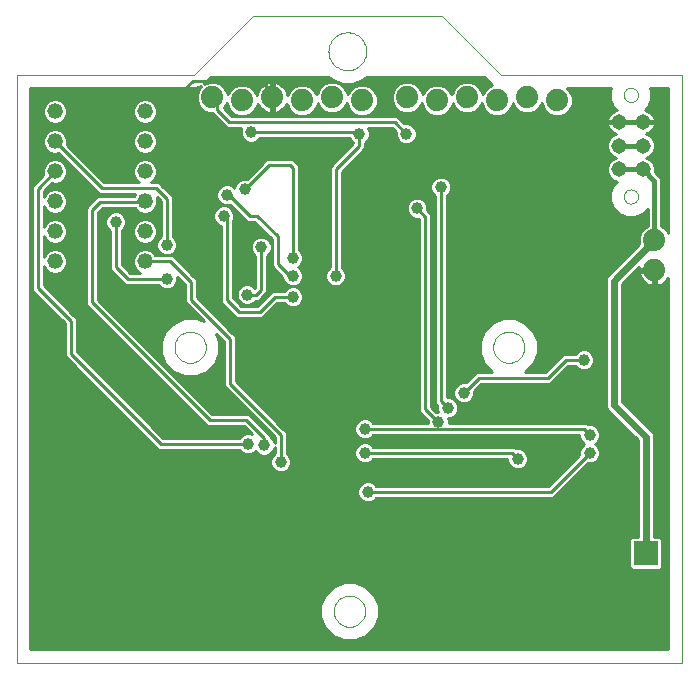
<source format=gtl>
G75*
G70*
%OFA0B0*%
%FSLAX24Y24*%
%IPPOS*%
%LPD*%
%AMOC8*
5,1,8,0,0,1.08239X$1,22.5*
%
%ADD10C,0.0000*%
%ADD11C,0.0520*%
%ADD12R,0.0810X0.0810*%
%ADD13C,0.0810*%
%ADD14C,0.0740*%
%ADD15C,0.0515*%
%ADD16C,0.0100*%
%ADD17C,0.0396*%
%ADD18C,0.0160*%
%ADD19C,0.0240*%
D10*
X000100Y000100D02*
X000100Y019698D01*
X006006Y019698D01*
X007974Y021667D01*
X014273Y021667D01*
X016242Y019698D01*
X022269Y019698D01*
X022269Y000100D01*
X000100Y000100D01*
X005364Y010620D02*
X005366Y010665D01*
X005372Y010710D01*
X005382Y010755D01*
X005395Y010798D01*
X005413Y010840D01*
X005434Y010880D01*
X005458Y010918D01*
X005486Y010954D01*
X005516Y010988D01*
X005550Y011018D01*
X005586Y011046D01*
X005624Y011070D01*
X005664Y011091D01*
X005706Y011109D01*
X005749Y011122D01*
X005794Y011132D01*
X005839Y011138D01*
X005884Y011140D01*
X005929Y011138D01*
X005974Y011132D01*
X006019Y011122D01*
X006062Y011109D01*
X006104Y011091D01*
X006144Y011070D01*
X006182Y011046D01*
X006218Y011018D01*
X006252Y010988D01*
X006282Y010954D01*
X006310Y010918D01*
X006334Y010880D01*
X006355Y010840D01*
X006373Y010798D01*
X006386Y010755D01*
X006396Y010710D01*
X006402Y010665D01*
X006404Y010620D01*
X006402Y010575D01*
X006396Y010530D01*
X006386Y010485D01*
X006373Y010442D01*
X006355Y010400D01*
X006334Y010360D01*
X006310Y010322D01*
X006282Y010286D01*
X006252Y010252D01*
X006218Y010222D01*
X006182Y010194D01*
X006144Y010170D01*
X006104Y010149D01*
X006062Y010131D01*
X006019Y010118D01*
X005974Y010108D01*
X005929Y010102D01*
X005884Y010100D01*
X005839Y010102D01*
X005794Y010108D01*
X005749Y010118D01*
X005706Y010131D01*
X005664Y010149D01*
X005624Y010170D01*
X005586Y010194D01*
X005550Y010222D01*
X005516Y010252D01*
X005486Y010286D01*
X005458Y010322D01*
X005434Y010360D01*
X005413Y010400D01*
X005395Y010442D01*
X005382Y010485D01*
X005372Y010530D01*
X005366Y010575D01*
X005364Y010620D01*
X010674Y001820D02*
X010676Y001865D01*
X010682Y001910D01*
X010692Y001955D01*
X010705Y001998D01*
X010723Y002040D01*
X010744Y002080D01*
X010768Y002118D01*
X010796Y002154D01*
X010826Y002188D01*
X010860Y002218D01*
X010896Y002246D01*
X010934Y002270D01*
X010974Y002291D01*
X011016Y002309D01*
X011059Y002322D01*
X011104Y002332D01*
X011149Y002338D01*
X011194Y002340D01*
X011239Y002338D01*
X011284Y002332D01*
X011329Y002322D01*
X011372Y002309D01*
X011414Y002291D01*
X011454Y002270D01*
X011492Y002246D01*
X011528Y002218D01*
X011562Y002188D01*
X011592Y002154D01*
X011620Y002118D01*
X011644Y002080D01*
X011665Y002040D01*
X011683Y001998D01*
X011696Y001955D01*
X011706Y001910D01*
X011712Y001865D01*
X011714Y001820D01*
X011712Y001775D01*
X011706Y001730D01*
X011696Y001685D01*
X011683Y001642D01*
X011665Y001600D01*
X011644Y001560D01*
X011620Y001522D01*
X011592Y001486D01*
X011562Y001452D01*
X011528Y001422D01*
X011492Y001394D01*
X011454Y001370D01*
X011414Y001349D01*
X011372Y001331D01*
X011329Y001318D01*
X011284Y001308D01*
X011239Y001302D01*
X011194Y001300D01*
X011149Y001302D01*
X011104Y001308D01*
X011059Y001318D01*
X011016Y001331D01*
X010974Y001349D01*
X010934Y001370D01*
X010896Y001394D01*
X010860Y001422D01*
X010826Y001452D01*
X010796Y001486D01*
X010768Y001522D01*
X010744Y001560D01*
X010723Y001600D01*
X010705Y001642D01*
X010692Y001685D01*
X010682Y001730D01*
X010676Y001775D01*
X010674Y001820D01*
X015984Y010620D02*
X015986Y010665D01*
X015992Y010710D01*
X016002Y010755D01*
X016015Y010798D01*
X016033Y010840D01*
X016054Y010880D01*
X016078Y010918D01*
X016106Y010954D01*
X016136Y010988D01*
X016170Y011018D01*
X016206Y011046D01*
X016244Y011070D01*
X016284Y011091D01*
X016326Y011109D01*
X016369Y011122D01*
X016414Y011132D01*
X016459Y011138D01*
X016504Y011140D01*
X016549Y011138D01*
X016594Y011132D01*
X016639Y011122D01*
X016682Y011109D01*
X016724Y011091D01*
X016764Y011070D01*
X016802Y011046D01*
X016838Y011018D01*
X016872Y010988D01*
X016902Y010954D01*
X016930Y010918D01*
X016954Y010880D01*
X016975Y010840D01*
X016993Y010798D01*
X017006Y010755D01*
X017016Y010710D01*
X017022Y010665D01*
X017024Y010620D01*
X017022Y010575D01*
X017016Y010530D01*
X017006Y010485D01*
X016993Y010442D01*
X016975Y010400D01*
X016954Y010360D01*
X016930Y010322D01*
X016902Y010286D01*
X016872Y010252D01*
X016838Y010222D01*
X016802Y010194D01*
X016764Y010170D01*
X016724Y010149D01*
X016682Y010131D01*
X016639Y010118D01*
X016594Y010108D01*
X016549Y010102D01*
X016504Y010100D01*
X016459Y010102D01*
X016414Y010108D01*
X016369Y010118D01*
X016326Y010131D01*
X016284Y010149D01*
X016244Y010170D01*
X016206Y010194D01*
X016170Y010222D01*
X016136Y010252D01*
X016106Y010286D01*
X016078Y010322D01*
X016054Y010360D01*
X016033Y010400D01*
X016015Y010442D01*
X016002Y010485D01*
X015992Y010530D01*
X015986Y010575D01*
X015984Y010620D01*
X020336Y015643D02*
X020338Y015673D01*
X020344Y015703D01*
X020353Y015732D01*
X020366Y015759D01*
X020383Y015784D01*
X020402Y015807D01*
X020425Y015828D01*
X020450Y015845D01*
X020476Y015859D01*
X020505Y015869D01*
X020534Y015876D01*
X020564Y015879D01*
X020595Y015878D01*
X020625Y015873D01*
X020654Y015864D01*
X020681Y015852D01*
X020707Y015837D01*
X020731Y015818D01*
X020752Y015796D01*
X020770Y015772D01*
X020785Y015745D01*
X020796Y015717D01*
X020804Y015688D01*
X020808Y015658D01*
X020808Y015628D01*
X020804Y015598D01*
X020796Y015569D01*
X020785Y015541D01*
X020770Y015514D01*
X020752Y015490D01*
X020731Y015468D01*
X020707Y015449D01*
X020681Y015434D01*
X020654Y015422D01*
X020625Y015413D01*
X020595Y015408D01*
X020564Y015407D01*
X020534Y015410D01*
X020505Y015417D01*
X020476Y015427D01*
X020450Y015441D01*
X020425Y015458D01*
X020402Y015479D01*
X020383Y015502D01*
X020366Y015527D01*
X020353Y015554D01*
X020344Y015583D01*
X020338Y015613D01*
X020336Y015643D01*
X020336Y019029D02*
X020338Y019059D01*
X020344Y019089D01*
X020353Y019118D01*
X020366Y019145D01*
X020383Y019170D01*
X020402Y019193D01*
X020425Y019214D01*
X020450Y019231D01*
X020476Y019245D01*
X020505Y019255D01*
X020534Y019262D01*
X020564Y019265D01*
X020595Y019264D01*
X020625Y019259D01*
X020654Y019250D01*
X020681Y019238D01*
X020707Y019223D01*
X020731Y019204D01*
X020752Y019182D01*
X020770Y019158D01*
X020785Y019131D01*
X020796Y019103D01*
X020804Y019074D01*
X020808Y019044D01*
X020808Y019014D01*
X020804Y018984D01*
X020796Y018955D01*
X020785Y018927D01*
X020770Y018900D01*
X020752Y018876D01*
X020731Y018854D01*
X020707Y018835D01*
X020681Y018820D01*
X020654Y018808D01*
X020625Y018799D01*
X020595Y018794D01*
X020564Y018793D01*
X020534Y018796D01*
X020505Y018803D01*
X020476Y018813D01*
X020450Y018827D01*
X020425Y018844D01*
X020402Y018865D01*
X020383Y018888D01*
X020366Y018913D01*
X020353Y018940D01*
X020344Y018969D01*
X020338Y018999D01*
X020336Y019029D01*
X010494Y020486D02*
X010496Y020536D01*
X010502Y020586D01*
X010512Y020635D01*
X010526Y020683D01*
X010543Y020730D01*
X010564Y020775D01*
X010589Y020819D01*
X010617Y020860D01*
X010649Y020899D01*
X010683Y020936D01*
X010720Y020970D01*
X010760Y021000D01*
X010802Y021027D01*
X010846Y021051D01*
X010892Y021072D01*
X010939Y021088D01*
X010987Y021101D01*
X011037Y021110D01*
X011086Y021115D01*
X011137Y021116D01*
X011187Y021113D01*
X011236Y021106D01*
X011285Y021095D01*
X011333Y021080D01*
X011379Y021062D01*
X011424Y021040D01*
X011467Y021014D01*
X011508Y020985D01*
X011547Y020953D01*
X011583Y020918D01*
X011615Y020880D01*
X011645Y020840D01*
X011672Y020797D01*
X011695Y020753D01*
X011714Y020707D01*
X011730Y020659D01*
X011742Y020610D01*
X011750Y020561D01*
X011754Y020511D01*
X011754Y020461D01*
X011750Y020411D01*
X011742Y020362D01*
X011730Y020313D01*
X011714Y020265D01*
X011695Y020219D01*
X011672Y020175D01*
X011645Y020132D01*
X011615Y020092D01*
X011583Y020054D01*
X011547Y020019D01*
X011508Y019987D01*
X011467Y019958D01*
X011424Y019932D01*
X011379Y019910D01*
X011333Y019892D01*
X011285Y019877D01*
X011236Y019866D01*
X011187Y019859D01*
X011137Y019856D01*
X011086Y019857D01*
X011037Y019862D01*
X010987Y019871D01*
X010939Y019884D01*
X010892Y019900D01*
X010846Y019921D01*
X010802Y019945D01*
X010760Y019972D01*
X010720Y020002D01*
X010683Y020036D01*
X010649Y020073D01*
X010617Y020112D01*
X010589Y020153D01*
X010564Y020197D01*
X010543Y020242D01*
X010526Y020289D01*
X010512Y020337D01*
X010502Y020386D01*
X010496Y020436D01*
X010494Y020486D01*
D11*
X004380Y018478D03*
X004380Y017478D03*
X004380Y016478D03*
X004380Y015478D03*
X004380Y014478D03*
X004380Y013478D03*
X001380Y013478D03*
X001380Y014478D03*
X001380Y015478D03*
X001380Y016478D03*
X001380Y017478D03*
X001380Y018478D03*
D12*
X021071Y003754D03*
D13*
X021071Y008754D03*
D14*
X021360Y013187D03*
X021360Y014187D03*
X018116Y018845D03*
X017116Y018945D03*
X016116Y018845D03*
X015116Y018945D03*
X014116Y018845D03*
X013116Y018945D03*
X011616Y018845D03*
X010616Y018945D03*
X009616Y018845D03*
X008616Y018945D03*
X007616Y018845D03*
X006616Y018945D03*
D15*
X020179Y018124D03*
X020966Y018124D03*
X020966Y017336D03*
X020966Y016549D03*
X020179Y016549D03*
X020179Y017336D03*
D16*
X020064Y016943D02*
X019948Y016991D01*
X019833Y017105D01*
X019771Y017255D01*
X019771Y017417D01*
X019833Y017567D01*
X019948Y017682D01*
X020068Y017731D01*
X020022Y017746D01*
X019965Y017775D01*
X019913Y017813D01*
X019868Y017858D01*
X019830Y017910D01*
X019801Y017967D01*
X019781Y018028D01*
X019771Y018092D01*
X019771Y018095D01*
X020150Y018095D01*
X020150Y018152D01*
X019771Y018152D01*
X019771Y018156D01*
X019781Y018219D01*
X019801Y018280D01*
X019830Y018337D01*
X019868Y018389D01*
X019913Y018434D01*
X019965Y018472D01*
X020022Y018501D01*
X020083Y018521D01*
X020106Y018525D01*
X019991Y018640D01*
X019886Y018893D01*
X019886Y019166D01*
X019921Y019248D01*
X018448Y019248D01*
X018557Y019140D01*
X018636Y018949D01*
X018636Y018742D01*
X018557Y018551D01*
X018410Y018404D01*
X018219Y018325D01*
X018012Y018325D01*
X017821Y018404D01*
X017675Y018551D01*
X017596Y018742D01*
X017596Y018745D01*
X017557Y018651D01*
X017410Y018504D01*
X017219Y018425D01*
X017012Y018425D01*
X016821Y018504D01*
X016675Y018651D01*
X016636Y018745D01*
X016636Y018742D01*
X016557Y018551D01*
X016410Y018404D01*
X016219Y018325D01*
X016012Y018325D01*
X015821Y018404D01*
X015675Y018551D01*
X015596Y018742D01*
X015596Y018745D01*
X015557Y018651D01*
X015410Y018504D01*
X015219Y018425D01*
X015012Y018425D01*
X014821Y018504D01*
X014675Y018651D01*
X014636Y018745D01*
X014636Y018742D01*
X014557Y018551D01*
X014410Y018404D01*
X014219Y018325D01*
X014012Y018325D01*
X013821Y018404D01*
X013675Y018551D01*
X013596Y018742D01*
X013596Y018745D01*
X013557Y018651D01*
X013410Y018504D01*
X013219Y018425D01*
X013012Y018425D01*
X012821Y018504D01*
X012675Y018651D01*
X012596Y018842D01*
X012596Y019049D01*
X012675Y019240D01*
X012821Y019386D01*
X013012Y019465D01*
X013219Y019465D01*
X013410Y019386D01*
X013557Y019240D01*
X013636Y019049D01*
X013636Y019045D01*
X013675Y019140D01*
X013821Y019286D01*
X014012Y019365D01*
X014219Y019365D01*
X014410Y019286D01*
X014557Y019140D01*
X014596Y019045D01*
X014596Y019049D01*
X014675Y019240D01*
X014821Y019386D01*
X015012Y019465D01*
X015219Y019465D01*
X015410Y019386D01*
X015557Y019240D01*
X015636Y019049D01*
X015636Y019045D01*
X015675Y019140D01*
X015821Y019286D01*
X015960Y019344D01*
X015860Y019444D01*
X015860Y019444D01*
X015683Y019620D01*
X011784Y019620D01*
X011540Y019480D01*
X011266Y019406D01*
X010981Y019406D01*
X010707Y019480D01*
X010463Y019620D01*
X006564Y019620D01*
X006387Y019444D01*
X006387Y019444D01*
X006336Y019392D01*
X006512Y019465D01*
X006719Y019465D01*
X006910Y019386D01*
X007057Y019240D01*
X007136Y019049D01*
X007136Y019045D01*
X007175Y019140D01*
X007321Y019286D01*
X007512Y019365D01*
X007719Y019365D01*
X007910Y019286D01*
X008057Y019140D01*
X008103Y019029D01*
X008109Y019067D01*
X008134Y019145D01*
X008171Y019218D01*
X008219Y019284D01*
X008277Y019342D01*
X008343Y019390D01*
X008416Y019427D01*
X008494Y019452D01*
X008566Y019464D01*
X008566Y018995D01*
X008666Y018995D01*
X008666Y019464D01*
X008738Y019452D01*
X008815Y019427D01*
X008888Y019390D01*
X008955Y019342D01*
X009012Y019284D01*
X009060Y019218D01*
X009098Y019145D01*
X009123Y019067D01*
X009129Y019029D01*
X009175Y019140D01*
X009321Y019286D01*
X009512Y019365D01*
X009719Y019365D01*
X009910Y019286D01*
X010057Y019140D01*
X010096Y019045D01*
X010096Y019049D01*
X010175Y019240D01*
X010321Y019386D01*
X010512Y019465D01*
X010719Y019465D01*
X010910Y019386D01*
X011057Y019240D01*
X011136Y019049D01*
X011136Y019045D01*
X011175Y019140D01*
X011321Y019286D01*
X011512Y019365D01*
X011719Y019365D01*
X011910Y019286D01*
X012057Y019140D01*
X012136Y018949D01*
X012136Y018742D01*
X012057Y018551D01*
X011910Y018404D01*
X011719Y018325D01*
X011512Y018325D01*
X011321Y018404D01*
X011175Y018551D01*
X011096Y018742D01*
X011096Y018745D01*
X011057Y018651D01*
X010910Y018504D01*
X010719Y018425D01*
X010512Y018425D01*
X010321Y018504D01*
X010175Y018651D01*
X010136Y018745D01*
X010136Y018742D01*
X010057Y018551D01*
X009910Y018404D01*
X009719Y018325D01*
X009512Y018325D01*
X009321Y018404D01*
X009175Y018551D01*
X009096Y018742D01*
X009096Y018742D01*
X009060Y018673D01*
X009012Y018607D01*
X008955Y018549D01*
X008888Y018501D01*
X008815Y018463D01*
X008738Y018438D01*
X008666Y018427D01*
X008666Y018895D01*
X008566Y018895D01*
X008566Y018427D01*
X008494Y018438D01*
X008416Y018463D01*
X008343Y018501D01*
X008277Y018549D01*
X008219Y018607D01*
X008171Y018673D01*
X008136Y018742D01*
X008136Y018742D01*
X008057Y018551D01*
X007910Y018404D01*
X007719Y018325D01*
X007512Y018325D01*
X007321Y018404D01*
X007175Y018551D01*
X007096Y018742D01*
X007096Y018745D01*
X007057Y018651D01*
X006999Y018594D01*
X007269Y018324D01*
X012781Y018324D01*
X012898Y018206D01*
X013027Y018078D01*
X013161Y018078D01*
X013289Y018025D01*
X013387Y017927D01*
X013440Y017799D01*
X013440Y017661D01*
X013387Y017533D01*
X013289Y017435D01*
X013161Y017382D01*
X013023Y017382D01*
X012895Y017435D01*
X012797Y017533D01*
X012744Y017661D01*
X012744Y017795D01*
X012616Y017924D01*
X011814Y017924D01*
X011865Y017799D01*
X011865Y017661D01*
X011812Y017533D01*
X011717Y017438D01*
X011717Y017253D01*
X010930Y016466D01*
X010930Y013298D01*
X011025Y013203D01*
X011078Y013075D01*
X011078Y012936D01*
X011025Y012808D01*
X010927Y012710D01*
X010799Y012657D01*
X010661Y012657D01*
X010533Y012710D01*
X010435Y012808D01*
X010382Y012936D01*
X010382Y013075D01*
X010435Y013203D01*
X010530Y013298D01*
X010530Y016632D01*
X011317Y017419D01*
X011317Y017438D01*
X011222Y017533D01*
X011202Y017582D01*
X008206Y017582D01*
X008110Y017487D01*
X007982Y017434D01*
X007844Y017434D01*
X007716Y017487D01*
X007618Y017585D01*
X007565Y017712D01*
X007565Y017851D01*
X007595Y017924D01*
X007104Y017924D01*
X006710Y018317D01*
X006602Y018425D01*
X006512Y018425D01*
X006321Y018504D01*
X006175Y018651D01*
X006096Y018842D01*
X006096Y019049D01*
X006175Y019240D01*
X006246Y019311D01*
X006095Y019248D01*
X000550Y019248D01*
X000550Y000550D01*
X021819Y000550D01*
X021819Y012943D01*
X021805Y012914D01*
X021756Y012848D01*
X021699Y012790D01*
X021632Y012742D01*
X021559Y012705D01*
X021482Y012679D01*
X021410Y012668D01*
X021410Y013137D01*
X021310Y013137D01*
X020841Y013137D01*
X020853Y013065D01*
X020878Y012987D01*
X020915Y012914D01*
X020963Y012848D01*
X021021Y012790D01*
X021087Y012742D01*
X021160Y012705D01*
X021238Y012679D01*
X021310Y012668D01*
X021310Y013137D01*
X021310Y013237D01*
X020841Y013237D01*
X020851Y013296D01*
X020270Y012715D01*
X020270Y008814D01*
X021300Y007784D01*
X021341Y007685D01*
X021341Y004309D01*
X021538Y004309D01*
X021626Y004221D01*
X021626Y003286D01*
X021538Y003199D01*
X020604Y003199D01*
X020516Y003286D01*
X020516Y004221D01*
X020604Y004309D01*
X020801Y004309D01*
X020801Y007520D01*
X019847Y008473D01*
X019771Y008549D01*
X019730Y008649D01*
X019730Y012880D01*
X019771Y012980D01*
X020850Y014059D01*
X020840Y014083D01*
X020840Y014290D01*
X020919Y014481D01*
X021065Y014627D01*
X021130Y014654D01*
X021130Y015230D01*
X020961Y015062D01*
X020709Y014957D01*
X020436Y014957D01*
X020184Y015062D01*
X019991Y015255D01*
X019886Y015507D01*
X019886Y015780D01*
X019991Y016032D01*
X020100Y016141D01*
X020098Y016141D01*
X019948Y016203D01*
X019833Y016318D01*
X019771Y016468D01*
X019771Y016630D01*
X019833Y016780D01*
X019948Y016894D01*
X020064Y016943D01*
X020012Y016964D02*
X011428Y016964D01*
X011330Y016866D02*
X019920Y016866D01*
X019828Y016767D02*
X011231Y016767D01*
X011133Y016669D02*
X019787Y016669D01*
X019771Y016570D02*
X011034Y016570D01*
X010936Y016472D02*
X019771Y016472D01*
X019810Y016373D02*
X010930Y016373D01*
X010930Y016275D02*
X014089Y016275D01*
X014037Y016253D02*
X013939Y016155D01*
X013886Y016028D01*
X013886Y015889D01*
X013939Y015761D01*
X014034Y015666D01*
X014034Y008749D01*
X014122Y008661D01*
X014122Y008527D01*
X014145Y008472D01*
X014090Y008472D01*
X013922Y008640D01*
X013922Y015057D01*
X013795Y015184D01*
X013795Y015319D01*
X013742Y015447D01*
X013644Y015545D01*
X013516Y015598D01*
X013377Y015598D01*
X013249Y015545D01*
X013151Y015447D01*
X013098Y015319D01*
X013098Y015180D01*
X013151Y015052D01*
X013249Y014954D01*
X013377Y014901D01*
X013512Y014901D01*
X013522Y014891D01*
X013522Y008474D01*
X013807Y008189D01*
X013807Y008102D01*
X011992Y008102D01*
X011897Y008197D01*
X011769Y008250D01*
X011631Y008250D01*
X011503Y008197D01*
X011405Y008100D01*
X011352Y007972D01*
X011352Y007833D01*
X011405Y007705D01*
X011503Y007607D01*
X011631Y007554D01*
X011769Y007554D01*
X011897Y007607D01*
X011992Y007702D01*
X018852Y007702D01*
X018852Y007633D01*
X018905Y007505D01*
X019003Y007407D01*
X019015Y007402D01*
X019003Y007397D01*
X018905Y007300D01*
X018852Y007172D01*
X018852Y007037D01*
X017817Y006002D01*
X012092Y006002D01*
X011997Y006097D01*
X011869Y006150D01*
X011731Y006150D01*
X011603Y006097D01*
X011505Y006000D01*
X011452Y005872D01*
X011452Y005733D01*
X011505Y005605D01*
X011603Y005507D01*
X011731Y005454D01*
X011869Y005454D01*
X011997Y005507D01*
X012092Y005602D01*
X017983Y005602D01*
X019135Y006754D01*
X019269Y006754D01*
X019397Y006807D01*
X019495Y006905D01*
X019548Y007033D01*
X019548Y007172D01*
X019495Y007300D01*
X019397Y007397D01*
X019385Y007402D01*
X019397Y007407D01*
X019495Y007505D01*
X019548Y007633D01*
X019548Y007772D01*
X019495Y007900D01*
X019397Y007997D01*
X019269Y008050D01*
X019135Y008050D01*
X019083Y008102D01*
X014503Y008102D01*
X014503Y008193D01*
X014480Y008248D01*
X014539Y008248D01*
X014667Y008301D01*
X014765Y008399D01*
X014818Y008527D01*
X014818Y008665D01*
X014765Y008793D01*
X014667Y008891D01*
X014539Y008944D01*
X014434Y008944D01*
X014434Y015666D01*
X014529Y015761D01*
X014582Y015889D01*
X014582Y016028D01*
X014529Y016155D01*
X014431Y016253D01*
X014303Y016306D01*
X014165Y016306D01*
X014037Y016253D01*
X013960Y016176D02*
X010930Y016176D01*
X010930Y016078D02*
X013907Y016078D01*
X013886Y015979D02*
X010930Y015979D01*
X010930Y015881D02*
X013889Y015881D01*
X013930Y015782D02*
X010930Y015782D01*
X010930Y015684D02*
X014016Y015684D01*
X014034Y015585D02*
X013545Y015585D01*
X013701Y015487D02*
X014034Y015487D01*
X014034Y015388D02*
X013766Y015388D01*
X013795Y015290D02*
X014034Y015290D01*
X014034Y015191D02*
X013795Y015191D01*
X013886Y015093D02*
X014034Y015093D01*
X014034Y014994D02*
X013922Y014994D01*
X013922Y014896D02*
X014034Y014896D01*
X014034Y014797D02*
X013922Y014797D01*
X013922Y014699D02*
X014034Y014699D01*
X014034Y014600D02*
X013922Y014600D01*
X013922Y014502D02*
X014034Y014502D01*
X014034Y014403D02*
X013922Y014403D01*
X013922Y014305D02*
X014034Y014305D01*
X014034Y014206D02*
X013922Y014206D01*
X013922Y014108D02*
X014034Y014108D01*
X014034Y014009D02*
X013922Y014009D01*
X013922Y013911D02*
X014034Y013911D01*
X014034Y013812D02*
X013922Y013812D01*
X013922Y013714D02*
X014034Y013714D01*
X014034Y013615D02*
X013922Y013615D01*
X013922Y013517D02*
X014034Y013517D01*
X014034Y013418D02*
X013922Y013418D01*
X013922Y013320D02*
X014034Y013320D01*
X014034Y013221D02*
X013922Y013221D01*
X013922Y013123D02*
X014034Y013123D01*
X014034Y013024D02*
X013922Y013024D01*
X013922Y012926D02*
X014034Y012926D01*
X014034Y012827D02*
X013922Y012827D01*
X013922Y012729D02*
X014034Y012729D01*
X014034Y012630D02*
X013922Y012630D01*
X013922Y012532D02*
X014034Y012532D01*
X014034Y012433D02*
X013922Y012433D01*
X013922Y012335D02*
X014034Y012335D01*
X014034Y012236D02*
X013922Y012236D01*
X013922Y012138D02*
X014034Y012138D01*
X014034Y012039D02*
X013922Y012039D01*
X013922Y011941D02*
X014034Y011941D01*
X014034Y011842D02*
X013922Y011842D01*
X013922Y011744D02*
X014034Y011744D01*
X014034Y011645D02*
X013922Y011645D01*
X013922Y011547D02*
X014034Y011547D01*
X014034Y011448D02*
X013922Y011448D01*
X013922Y011350D02*
X014034Y011350D01*
X014034Y011251D02*
X013922Y011251D01*
X013922Y011153D02*
X014034Y011153D01*
X014034Y011054D02*
X013922Y011054D01*
X013922Y010956D02*
X014034Y010956D01*
X014034Y010857D02*
X013922Y010857D01*
X013922Y010759D02*
X014034Y010759D01*
X014034Y010660D02*
X013922Y010660D01*
X013922Y010562D02*
X014034Y010562D01*
X014034Y010463D02*
X013922Y010463D01*
X013922Y010365D02*
X014034Y010365D01*
X014034Y010266D02*
X013922Y010266D01*
X013922Y010168D02*
X014034Y010168D01*
X014034Y010069D02*
X013922Y010069D01*
X013922Y009971D02*
X014034Y009971D01*
X014034Y009872D02*
X013922Y009872D01*
X013922Y009774D02*
X014034Y009774D01*
X014034Y009675D02*
X013922Y009675D01*
X013922Y009577D02*
X014034Y009577D01*
X014034Y009478D02*
X013922Y009478D01*
X013922Y009380D02*
X014034Y009380D01*
X014034Y009281D02*
X013922Y009281D01*
X013922Y009183D02*
X014034Y009183D01*
X014034Y009084D02*
X013922Y009084D01*
X013922Y008986D02*
X014034Y008986D01*
X014034Y008887D02*
X013922Y008887D01*
X013922Y008789D02*
X014034Y008789D01*
X014093Y008690D02*
X013922Y008690D01*
X013970Y008592D02*
X014122Y008592D01*
X014136Y008493D02*
X014068Y008493D01*
X013722Y008557D02*
X014155Y008124D01*
X014501Y008198D02*
X020123Y008198D01*
X020221Y008099D02*
X019086Y008099D01*
X019000Y007902D02*
X019200Y007702D01*
X019000Y007902D02*
X018800Y007902D01*
X011700Y007902D01*
X011504Y008198D02*
X008687Y008198D01*
X008589Y008296D02*
X013699Y008296D01*
X013601Y008395D02*
X008490Y008395D01*
X008392Y008493D02*
X013522Y008493D01*
X013522Y008592D02*
X008293Y008592D01*
X008195Y008690D02*
X013522Y008690D01*
X013522Y008789D02*
X008096Y008789D01*
X007998Y008887D02*
X013522Y008887D01*
X013522Y008986D02*
X007899Y008986D01*
X007801Y009084D02*
X013522Y009084D01*
X013522Y009183D02*
X007702Y009183D01*
X007604Y009281D02*
X013522Y009281D01*
X013522Y009380D02*
X007505Y009380D01*
X007407Y009478D02*
X013522Y009478D01*
X013522Y009577D02*
X007400Y009577D01*
X007400Y009485D02*
X007400Y010985D01*
X007283Y011102D01*
X006100Y012285D01*
X006100Y012885D01*
X005983Y013002D01*
X005307Y013678D01*
X004740Y013678D01*
X004727Y013710D01*
X004612Y013826D01*
X004461Y013888D01*
X004298Y013888D01*
X004147Y013826D01*
X004032Y013710D01*
X003970Y013560D01*
X003970Y013396D01*
X004032Y013246D01*
X004147Y013130D01*
X004215Y013102D01*
X003883Y013102D01*
X003600Y013385D01*
X003600Y014510D01*
X003695Y014605D01*
X003748Y014733D01*
X003748Y014872D01*
X003695Y015000D01*
X003597Y015097D01*
X003469Y015150D01*
X003331Y015150D01*
X003203Y015097D01*
X003105Y015000D01*
X003052Y014872D01*
X003052Y014733D01*
X003105Y014605D01*
X003200Y014510D01*
X003200Y013220D01*
X003317Y013102D01*
X003717Y012702D01*
X004808Y012702D01*
X004903Y012607D01*
X005031Y012554D01*
X005169Y012554D01*
X005297Y012607D01*
X005395Y012705D01*
X005448Y012833D01*
X005448Y012971D01*
X005700Y012720D01*
X005700Y012120D01*
X006338Y011482D01*
X006077Y011590D01*
X005691Y011590D01*
X005334Y011442D01*
X005062Y011169D01*
X004914Y010813D01*
X004914Y010427D01*
X005062Y010070D01*
X005334Y009797D01*
X005691Y009650D01*
X006077Y009650D01*
X006433Y009797D01*
X006706Y010070D01*
X006854Y010427D01*
X006854Y010813D01*
X006746Y011074D01*
X007000Y010820D01*
X007000Y009320D01*
X008700Y007620D01*
X008700Y007426D01*
X008648Y007552D01*
X008553Y007647D01*
X008553Y007680D01*
X007954Y008279D01*
X007837Y008396D01*
X006618Y008396D01*
X002811Y012203D01*
X002811Y015111D01*
X002977Y015277D01*
X004019Y015277D01*
X004032Y015246D01*
X004147Y015130D01*
X004298Y015068D01*
X004461Y015068D01*
X004612Y015130D01*
X004727Y015246D01*
X004790Y015396D01*
X004790Y015560D01*
X004766Y015615D01*
X004900Y015482D01*
X004900Y014321D01*
X004805Y014226D01*
X004752Y014098D01*
X004752Y013960D01*
X004805Y013832D01*
X004903Y013734D01*
X005031Y013681D01*
X005169Y013681D01*
X005297Y013734D01*
X005395Y013832D01*
X005448Y013960D01*
X005448Y014098D01*
X005395Y014226D01*
X005300Y014321D01*
X005300Y015647D01*
X004946Y016002D01*
X004829Y016119D01*
X004584Y016119D01*
X004612Y016130D01*
X004727Y016246D01*
X004790Y016396D01*
X004790Y016560D01*
X004727Y016710D01*
X004612Y016826D01*
X004461Y016888D01*
X004298Y016888D01*
X004147Y016826D01*
X004032Y016710D01*
X003970Y016560D01*
X003970Y016396D01*
X004032Y016246D01*
X004147Y016130D01*
X004175Y016119D01*
X003021Y016119D01*
X001776Y017364D01*
X001790Y017396D01*
X001790Y017560D01*
X001727Y017710D01*
X001612Y017826D01*
X001461Y017888D01*
X001298Y017888D01*
X001147Y017826D01*
X001032Y017710D01*
X000970Y017560D01*
X000970Y017396D01*
X001032Y017246D01*
X001147Y017130D01*
X001298Y017068D01*
X001461Y017068D01*
X001493Y017081D01*
X002856Y015719D01*
X004041Y015719D01*
X004032Y015710D01*
X004018Y015677D01*
X002812Y015677D01*
X002695Y015560D01*
X002411Y015276D01*
X002411Y012037D01*
X002528Y011920D01*
X006452Y007996D01*
X007672Y007996D01*
X007951Y007717D01*
X007869Y007750D01*
X007731Y007750D01*
X007603Y007697D01*
X007508Y007602D01*
X004983Y007602D01*
X002100Y010485D01*
X002100Y011585D01*
X001983Y011702D01*
X001983Y011702D01*
X001000Y012685D01*
X001000Y013323D01*
X001032Y013246D01*
X001147Y013130D01*
X001298Y013068D01*
X001461Y013068D01*
X001612Y013130D01*
X001727Y013246D01*
X001790Y013396D01*
X001790Y013560D01*
X001727Y013710D01*
X001612Y013826D01*
X001461Y013888D01*
X001298Y013888D01*
X001147Y013826D01*
X001032Y013710D01*
X001000Y013633D01*
X001000Y014323D01*
X001032Y014246D01*
X001147Y014130D01*
X001298Y014068D01*
X001461Y014068D01*
X001612Y014130D01*
X001727Y014246D01*
X001790Y014396D01*
X001790Y014560D01*
X001727Y014710D01*
X001612Y014826D01*
X001461Y014888D01*
X001298Y014888D01*
X001147Y014826D01*
X001032Y014710D01*
X001000Y014633D01*
X001000Y015323D01*
X001032Y015246D01*
X001147Y015130D01*
X001298Y015068D01*
X001461Y015068D01*
X001612Y015130D01*
X001727Y015246D01*
X001790Y015396D01*
X001790Y015560D01*
X001727Y015710D01*
X001612Y015826D01*
X001461Y015888D01*
X001298Y015888D01*
X001147Y015826D01*
X001032Y015710D01*
X001000Y015633D01*
X001000Y015816D01*
X001266Y016081D01*
X001298Y016068D01*
X001461Y016068D01*
X001612Y016130D01*
X001727Y016246D01*
X001790Y016396D01*
X001790Y016560D01*
X001727Y016710D01*
X001612Y016826D01*
X001461Y016888D01*
X001298Y016888D01*
X001147Y016826D01*
X001032Y016710D01*
X000970Y016560D01*
X000970Y016396D01*
X000983Y016364D01*
X000600Y015981D01*
X000600Y012520D01*
X000717Y012402D01*
X001700Y011420D01*
X001700Y010320D01*
X004817Y007202D01*
X007508Y007202D01*
X007603Y007107D01*
X007731Y007054D01*
X007869Y007054D01*
X007997Y007107D01*
X008055Y007165D01*
X008058Y007157D01*
X008156Y007059D01*
X008284Y007006D01*
X008422Y007006D01*
X008550Y007059D01*
X008648Y007157D01*
X008700Y007282D01*
X008700Y007095D01*
X008605Y007000D01*
X008552Y006872D01*
X008552Y006733D01*
X008605Y006605D01*
X008703Y006507D01*
X008831Y006454D01*
X008969Y006454D01*
X009097Y006507D01*
X009195Y006605D01*
X009248Y006733D01*
X009248Y006872D01*
X009195Y007000D01*
X009100Y007095D01*
X009100Y007785D01*
X008983Y007902D01*
X007400Y009485D01*
X007400Y009675D02*
X013522Y009675D01*
X013522Y009774D02*
X007400Y009774D01*
X007400Y009872D02*
X013522Y009872D01*
X013522Y009971D02*
X007400Y009971D01*
X007400Y010069D02*
X013522Y010069D01*
X013522Y010168D02*
X007400Y010168D01*
X007400Y010266D02*
X013522Y010266D01*
X013522Y010365D02*
X007400Y010365D01*
X007400Y010463D02*
X013522Y010463D01*
X013522Y010562D02*
X007400Y010562D01*
X007400Y010660D02*
X013522Y010660D01*
X013522Y010759D02*
X007400Y010759D01*
X007400Y010857D02*
X013522Y010857D01*
X013522Y010956D02*
X007400Y010956D01*
X007331Y011054D02*
X013522Y011054D01*
X013522Y011153D02*
X007232Y011153D01*
X007134Y011251D02*
X013522Y011251D01*
X013522Y011350D02*
X007035Y011350D01*
X006937Y011448D02*
X013522Y011448D01*
X013522Y011547D02*
X006838Y011547D01*
X006740Y011645D02*
X007374Y011645D01*
X007417Y011602D02*
X008283Y011602D01*
X008400Y011720D01*
X008783Y012102D01*
X009008Y012102D01*
X009103Y012007D01*
X009231Y011954D01*
X009369Y011954D01*
X009497Y012007D01*
X009595Y012105D01*
X009648Y012233D01*
X009648Y012372D01*
X009595Y012500D01*
X009497Y012597D01*
X009369Y012650D01*
X009231Y012650D01*
X009103Y012597D01*
X009008Y012502D01*
X008617Y012502D01*
X008117Y012002D01*
X007583Y012002D01*
X007300Y012285D01*
X007300Y014817D01*
X007348Y014933D01*
X007348Y015072D01*
X007295Y015200D01*
X007197Y015297D01*
X007069Y015350D01*
X006931Y015350D01*
X006803Y015297D01*
X006705Y015200D01*
X006652Y015072D01*
X006652Y014933D01*
X006705Y014805D01*
X006803Y014707D01*
X006900Y014667D01*
X006900Y012120D01*
X007017Y012002D01*
X007417Y011602D01*
X007276Y011744D02*
X006641Y011744D01*
X006543Y011842D02*
X007177Y011842D01*
X007079Y011941D02*
X006444Y011941D01*
X006346Y012039D02*
X006980Y012039D01*
X006900Y012138D02*
X006247Y012138D01*
X006149Y012236D02*
X006900Y012236D01*
X006900Y012335D02*
X006100Y012335D01*
X006100Y012433D02*
X006900Y012433D01*
X006900Y012532D02*
X006100Y012532D01*
X006100Y012630D02*
X006900Y012630D01*
X006900Y012729D02*
X006100Y012729D01*
X006100Y012827D02*
X006900Y012827D01*
X006900Y012926D02*
X006059Y012926D01*
X005961Y013024D02*
X006900Y013024D01*
X006900Y013123D02*
X005862Y013123D01*
X005764Y013221D02*
X006900Y013221D01*
X006900Y013320D02*
X005665Y013320D01*
X005567Y013418D02*
X006900Y013418D01*
X006900Y013517D02*
X005468Y013517D01*
X005370Y013615D02*
X006900Y013615D01*
X006900Y013714D02*
X005249Y013714D01*
X005376Y013812D02*
X006900Y013812D01*
X006900Y013911D02*
X005428Y013911D01*
X005448Y014009D02*
X006900Y014009D01*
X006900Y014108D02*
X005444Y014108D01*
X005403Y014206D02*
X006900Y014206D01*
X006900Y014305D02*
X005317Y014305D01*
X005300Y014403D02*
X006900Y014403D01*
X006900Y014502D02*
X005300Y014502D01*
X005300Y014600D02*
X006900Y014600D01*
X006823Y014699D02*
X005300Y014699D01*
X005300Y014797D02*
X006713Y014797D01*
X006667Y014896D02*
X005300Y014896D01*
X005300Y014994D02*
X006652Y014994D01*
X006661Y015093D02*
X005300Y015093D01*
X005300Y015191D02*
X006702Y015191D01*
X006795Y015290D02*
X005300Y015290D01*
X005300Y015388D02*
X006948Y015388D01*
X006903Y015407D02*
X007031Y015354D01*
X007169Y015354D01*
X007222Y015376D01*
X007789Y014809D01*
X008027Y014809D01*
X008603Y014233D01*
X008603Y013488D01*
X008600Y013485D01*
X008600Y013320D01*
X008450Y013320D01*
X008450Y013418D02*
X008600Y013418D01*
X008600Y013320D02*
X008952Y012968D01*
X008952Y012933D01*
X009005Y012805D01*
X009103Y012707D01*
X009231Y012654D01*
X009369Y012654D01*
X009497Y012707D01*
X009595Y012805D01*
X009648Y012933D01*
X009648Y013072D01*
X009595Y013200D01*
X009497Y013297D01*
X009485Y013302D01*
X009497Y013307D01*
X009595Y013405D01*
X009648Y013533D01*
X009648Y013672D01*
X009595Y013800D01*
X009500Y013895D01*
X009500Y016685D01*
X009400Y016785D01*
X009283Y016902D01*
X008417Y016902D01*
X008300Y016785D01*
X008300Y016769D01*
X007765Y016234D01*
X007631Y016234D01*
X007503Y016181D01*
X007405Y016084D01*
X007352Y015956D01*
X007352Y015943D01*
X007297Y015997D01*
X007169Y016050D01*
X007031Y016050D01*
X006903Y015997D01*
X006805Y015900D01*
X006752Y015772D01*
X006752Y015633D01*
X006805Y015505D01*
X006903Y015407D01*
X006823Y015487D02*
X005300Y015487D01*
X005300Y015585D02*
X006772Y015585D01*
X006752Y015684D02*
X005263Y015684D01*
X005165Y015782D02*
X006756Y015782D01*
X006797Y015881D02*
X005066Y015881D01*
X004968Y015979D02*
X006885Y015979D01*
X007100Y015702D02*
X007178Y015702D01*
X007871Y015009D01*
X008110Y015009D01*
X008803Y014316D01*
X008803Y013405D01*
X008800Y013402D01*
X009200Y013002D01*
X009300Y013002D01*
X009081Y012729D02*
X008450Y012729D01*
X008450Y012827D02*
X008996Y012827D01*
X008955Y012926D02*
X008450Y012926D01*
X008450Y013024D02*
X008895Y013024D01*
X008797Y013123D02*
X008450Y013123D01*
X008450Y013221D02*
X008698Y013221D01*
X008603Y013517D02*
X008450Y013517D01*
X008450Y013615D02*
X008603Y013615D01*
X008603Y013714D02*
X008505Y013714D01*
X008545Y013753D02*
X008598Y013881D01*
X008598Y014020D01*
X008545Y014148D01*
X008447Y014246D01*
X008319Y014299D01*
X008180Y014299D01*
X008052Y014246D01*
X007954Y014148D01*
X007901Y014020D01*
X007901Y013881D01*
X007954Y013753D01*
X008050Y013658D01*
X008050Y012616D01*
X008039Y012606D01*
X007974Y012671D01*
X007846Y012724D01*
X007708Y012724D01*
X007580Y012671D01*
X007482Y012573D01*
X007429Y012445D01*
X007429Y012306D01*
X007482Y012178D01*
X007580Y012080D01*
X007708Y012027D01*
X007846Y012027D01*
X007974Y012080D01*
X008069Y012176D01*
X008175Y012176D01*
X008292Y012293D01*
X008450Y012450D01*
X008450Y013658D01*
X008545Y013753D01*
X008569Y013812D02*
X008603Y013812D01*
X008598Y013911D02*
X008603Y013911D01*
X008598Y014009D02*
X008603Y014009D01*
X008603Y014108D02*
X008561Y014108D01*
X008603Y014206D02*
X008486Y014206D01*
X008531Y014305D02*
X007300Y014305D01*
X007300Y014403D02*
X008433Y014403D01*
X008334Y014502D02*
X007300Y014502D01*
X007300Y014600D02*
X008236Y014600D01*
X008137Y014699D02*
X007300Y014699D01*
X007300Y014797D02*
X008039Y014797D01*
X007702Y014896D02*
X007333Y014896D01*
X007348Y014994D02*
X007603Y014994D01*
X007505Y015093D02*
X007339Y015093D01*
X007298Y015191D02*
X007406Y015191D01*
X007308Y015290D02*
X007205Y015290D01*
X007000Y015002D02*
X007100Y014902D01*
X007100Y012202D01*
X007500Y011802D01*
X008200Y011802D01*
X008700Y012302D01*
X009300Y012302D01*
X009071Y012039D02*
X008720Y012039D01*
X008621Y011941D02*
X013522Y011941D01*
X013522Y012039D02*
X009529Y012039D01*
X009609Y012138D02*
X013522Y012138D01*
X013522Y012236D02*
X009648Y012236D01*
X009648Y012335D02*
X013522Y012335D01*
X013522Y012433D02*
X009623Y012433D01*
X009563Y012532D02*
X013522Y012532D01*
X013522Y012630D02*
X009418Y012630D01*
X009519Y012729D02*
X010514Y012729D01*
X010427Y012827D02*
X009604Y012827D01*
X009645Y012926D02*
X010386Y012926D01*
X010382Y013024D02*
X009648Y013024D01*
X009627Y013123D02*
X010402Y013123D01*
X010454Y013221D02*
X009573Y013221D01*
X009510Y013320D02*
X010530Y013320D01*
X010530Y013418D02*
X009601Y013418D01*
X009641Y013517D02*
X010530Y013517D01*
X010530Y013615D02*
X009648Y013615D01*
X009631Y013714D02*
X010530Y013714D01*
X010530Y013812D02*
X009582Y013812D01*
X009500Y013911D02*
X010530Y013911D01*
X010530Y014009D02*
X009500Y014009D01*
X009500Y014108D02*
X010530Y014108D01*
X010530Y014206D02*
X009500Y014206D01*
X009500Y014305D02*
X010530Y014305D01*
X010530Y014403D02*
X009500Y014403D01*
X009500Y014502D02*
X010530Y014502D01*
X010530Y014600D02*
X009500Y014600D01*
X009500Y014699D02*
X010530Y014699D01*
X010530Y014797D02*
X009500Y014797D01*
X009500Y014896D02*
X010530Y014896D01*
X010530Y014994D02*
X009500Y014994D01*
X009500Y015093D02*
X010530Y015093D01*
X010530Y015191D02*
X009500Y015191D01*
X009500Y015290D02*
X010530Y015290D01*
X010530Y015388D02*
X009500Y015388D01*
X009500Y015487D02*
X010530Y015487D01*
X010530Y015585D02*
X009500Y015585D01*
X009500Y015684D02*
X010530Y015684D01*
X010530Y015782D02*
X009500Y015782D01*
X009500Y015881D02*
X010530Y015881D01*
X010530Y015979D02*
X009500Y015979D01*
X009500Y016078D02*
X010530Y016078D01*
X010530Y016176D02*
X009500Y016176D01*
X009500Y016275D02*
X010530Y016275D01*
X010530Y016373D02*
X009500Y016373D01*
X009500Y016472D02*
X010530Y016472D01*
X010530Y016570D02*
X009500Y016570D01*
X009500Y016669D02*
X010567Y016669D01*
X010666Y016767D02*
X009418Y016767D01*
X009319Y016866D02*
X010764Y016866D01*
X010863Y016964D02*
X002176Y016964D01*
X002274Y016866D02*
X004245Y016866D01*
X004089Y016767D02*
X002373Y016767D01*
X002471Y016669D02*
X004015Y016669D01*
X003974Y016570D02*
X002570Y016570D01*
X002668Y016472D02*
X003970Y016472D01*
X003979Y016373D02*
X002767Y016373D01*
X002865Y016275D02*
X004020Y016275D01*
X004101Y016176D02*
X002964Y016176D01*
X002939Y015919D02*
X001380Y017478D01*
X001790Y017457D02*
X003970Y017457D01*
X003970Y017396D02*
X003970Y017560D01*
X004032Y017710D01*
X004147Y017826D01*
X004298Y017888D01*
X004461Y017888D01*
X004612Y017826D01*
X004727Y017710D01*
X004790Y017560D01*
X004790Y017396D01*
X004727Y017246D01*
X004612Y017130D01*
X004461Y017068D01*
X004298Y017068D01*
X004147Y017130D01*
X004032Y017246D01*
X003970Y017396D01*
X003985Y017358D02*
X001782Y017358D01*
X001880Y017260D02*
X004026Y017260D01*
X004116Y017161D02*
X001979Y017161D01*
X002077Y017063D02*
X010961Y017063D01*
X011060Y017161D02*
X004643Y017161D01*
X004733Y017260D02*
X011158Y017260D01*
X011257Y017358D02*
X004774Y017358D01*
X004790Y017457D02*
X007788Y017457D01*
X007647Y017555D02*
X004790Y017555D01*
X004750Y017654D02*
X007589Y017654D01*
X007565Y017752D02*
X004685Y017752D01*
X004550Y017851D02*
X007565Y017851D01*
X007187Y018124D02*
X006793Y018517D01*
X006793Y018768D01*
X006616Y018945D01*
X007093Y018737D02*
X007098Y018737D01*
X007138Y018639D02*
X007045Y018639D01*
X007053Y018540D02*
X007185Y018540D01*
X007151Y018442D02*
X007284Y018442D01*
X007250Y018343D02*
X007468Y018343D01*
X007763Y018343D02*
X009468Y018343D01*
X009284Y018442D02*
X008749Y018442D01*
X008666Y018442D02*
X008566Y018442D01*
X008482Y018442D02*
X007948Y018442D01*
X008046Y018540D02*
X008288Y018540D01*
X008196Y018639D02*
X008093Y018639D01*
X008134Y018737D02*
X008138Y018737D01*
X008101Y019033D02*
X008103Y019033D01*
X008129Y019131D02*
X008060Y019131D01*
X007966Y019230D02*
X008180Y019230D01*
X008264Y019328D02*
X007808Y019328D01*
X007423Y019328D02*
X006968Y019328D01*
X007061Y019230D02*
X007265Y019230D01*
X007171Y019131D02*
X007101Y019131D01*
X006812Y019427D02*
X008416Y019427D01*
X008566Y019427D02*
X008666Y019427D01*
X008666Y019328D02*
X008566Y019328D01*
X008566Y019230D02*
X008666Y019230D01*
X008666Y019131D02*
X008566Y019131D01*
X008616Y019135D02*
X008250Y019502D01*
X005966Y019502D01*
X005651Y019187D01*
X005651Y018360D01*
X005966Y018045D01*
X006472Y018442D02*
X004790Y018442D01*
X004790Y018396D02*
X004727Y018246D01*
X004612Y018130D01*
X004461Y018068D01*
X004298Y018068D01*
X004147Y018130D01*
X004032Y018246D01*
X003970Y018396D01*
X003970Y018560D01*
X004032Y018710D01*
X004147Y018826D01*
X004298Y018888D01*
X004461Y018888D01*
X004612Y018826D01*
X004727Y018710D01*
X004790Y018560D01*
X004790Y018396D01*
X004768Y018343D02*
X006684Y018343D01*
X006782Y018245D02*
X004726Y018245D01*
X004628Y018146D02*
X006881Y018146D01*
X006979Y018048D02*
X000550Y018048D01*
X000550Y018146D02*
X001131Y018146D01*
X001147Y018130D02*
X001298Y018068D01*
X001461Y018068D01*
X001612Y018130D01*
X001727Y018246D01*
X001790Y018396D01*
X001790Y018560D01*
X001727Y018710D01*
X001612Y018826D01*
X001461Y018888D01*
X001298Y018888D01*
X001147Y018826D01*
X001032Y018710D01*
X000970Y018560D01*
X000970Y018396D01*
X001032Y018246D01*
X001147Y018130D01*
X001033Y018245D02*
X000550Y018245D01*
X000550Y018343D02*
X000991Y018343D01*
X000970Y018442D02*
X000550Y018442D01*
X000550Y018540D02*
X000970Y018540D01*
X001002Y018639D02*
X000550Y018639D01*
X000550Y018737D02*
X001059Y018737D01*
X001172Y018836D02*
X000550Y018836D01*
X000550Y018934D02*
X006096Y018934D01*
X006098Y018836D02*
X004587Y018836D01*
X004700Y018737D02*
X006139Y018737D01*
X006187Y018639D02*
X004757Y018639D01*
X004790Y018540D02*
X006285Y018540D01*
X006096Y019033D02*
X000550Y019033D01*
X000550Y019131D02*
X006130Y019131D01*
X006171Y019230D02*
X000550Y019230D01*
X001587Y018836D02*
X004172Y018836D01*
X004059Y018737D02*
X001700Y018737D01*
X001757Y018639D02*
X004002Y018639D01*
X003970Y018540D02*
X001790Y018540D01*
X001790Y018442D02*
X003970Y018442D01*
X003991Y018343D02*
X001768Y018343D01*
X001726Y018245D02*
X004033Y018245D01*
X004131Y018146D02*
X001628Y018146D01*
X001550Y017851D02*
X004209Y017851D01*
X004074Y017752D02*
X001685Y017752D01*
X001750Y017654D02*
X004009Y017654D01*
X003970Y017555D02*
X001790Y017555D01*
X001512Y017063D02*
X000550Y017063D01*
X000550Y017161D02*
X001116Y017161D01*
X001026Y017260D02*
X000550Y017260D01*
X000550Y017358D02*
X000985Y017358D01*
X000970Y017457D02*
X000550Y017457D01*
X000550Y017555D02*
X000970Y017555D01*
X001009Y017654D02*
X000550Y017654D01*
X000550Y017752D02*
X001074Y017752D01*
X001209Y017851D02*
X000550Y017851D01*
X000550Y017949D02*
X007078Y017949D01*
X007187Y018124D02*
X012698Y018124D01*
X013092Y017730D01*
X013234Y018048D02*
X019778Y018048D01*
X019810Y017949D02*
X013365Y017949D01*
X013419Y017851D02*
X019875Y017851D01*
X020010Y017752D02*
X013440Y017752D01*
X013437Y017654D02*
X019920Y017654D01*
X019828Y017555D02*
X013397Y017555D01*
X013311Y017457D02*
X019788Y017457D01*
X019771Y017358D02*
X011717Y017358D01*
X011717Y017260D02*
X019771Y017260D01*
X019810Y017161D02*
X011625Y017161D01*
X011527Y017063D02*
X019876Y017063D01*
X019876Y016275D02*
X014379Y016275D01*
X014508Y016176D02*
X020013Y016176D01*
X020037Y016078D02*
X014561Y016078D01*
X014582Y015979D02*
X019969Y015979D01*
X019928Y015881D02*
X014579Y015881D01*
X014538Y015782D02*
X019887Y015782D01*
X019886Y015684D02*
X014452Y015684D01*
X014434Y015585D02*
X019886Y015585D01*
X019894Y015487D02*
X014434Y015487D01*
X014434Y015388D02*
X019935Y015388D01*
X019976Y015290D02*
X014434Y015290D01*
X014434Y015191D02*
X020054Y015191D01*
X020152Y015093D02*
X014434Y015093D01*
X014434Y014994D02*
X020346Y014994D01*
X020799Y014994D02*
X021130Y014994D01*
X021130Y014896D02*
X014434Y014896D01*
X014434Y014797D02*
X021130Y014797D01*
X021130Y014699D02*
X014434Y014699D01*
X014434Y014600D02*
X021038Y014600D01*
X020940Y014502D02*
X014434Y014502D01*
X014434Y014403D02*
X020887Y014403D01*
X020846Y014305D02*
X014434Y014305D01*
X014434Y014206D02*
X020840Y014206D01*
X020840Y014108D02*
X014434Y014108D01*
X014434Y014009D02*
X020801Y014009D01*
X020702Y013911D02*
X014434Y013911D01*
X014434Y013812D02*
X020604Y013812D01*
X020505Y013714D02*
X014434Y013714D01*
X014434Y013615D02*
X020407Y013615D01*
X020308Y013517D02*
X014434Y013517D01*
X014434Y013418D02*
X020210Y013418D01*
X020111Y013320D02*
X014434Y013320D01*
X014434Y013221D02*
X020013Y013221D01*
X019914Y013123D02*
X014434Y013123D01*
X014434Y013024D02*
X019816Y013024D01*
X019749Y012926D02*
X014434Y012926D01*
X014434Y012827D02*
X019730Y012827D01*
X019730Y012729D02*
X014434Y012729D01*
X014434Y012630D02*
X019730Y012630D01*
X019730Y012532D02*
X014434Y012532D01*
X014434Y012433D02*
X019730Y012433D01*
X019730Y012335D02*
X014434Y012335D01*
X014434Y012236D02*
X019730Y012236D01*
X019730Y012138D02*
X014434Y012138D01*
X014434Y012039D02*
X019730Y012039D01*
X019730Y011941D02*
X014434Y011941D01*
X014434Y011842D02*
X019730Y011842D01*
X019730Y011744D02*
X014434Y011744D01*
X014434Y011645D02*
X019730Y011645D01*
X019730Y011547D02*
X016800Y011547D01*
X016697Y011590D02*
X017053Y011442D01*
X017326Y011169D01*
X017474Y010813D01*
X017474Y010427D01*
X017326Y010070D01*
X017058Y009802D01*
X017717Y009802D01*
X018317Y010402D01*
X018708Y010402D01*
X018803Y010497D01*
X018931Y010550D01*
X019069Y010550D01*
X019197Y010497D01*
X019295Y010400D01*
X019348Y010272D01*
X019348Y010133D01*
X019295Y010005D01*
X019197Y009907D01*
X019069Y009854D01*
X018931Y009854D01*
X018803Y009907D01*
X018708Y010002D01*
X018483Y010002D01*
X018000Y009520D01*
X017883Y009402D01*
X015583Y009402D01*
X015348Y009168D01*
X015348Y009033D01*
X015295Y008905D01*
X015197Y008807D01*
X015069Y008754D01*
X014931Y008754D01*
X014803Y008807D01*
X014705Y008905D01*
X014652Y009033D01*
X014652Y009172D01*
X014705Y009300D01*
X014803Y009397D01*
X014931Y009450D01*
X015065Y009450D01*
X015417Y009802D01*
X015949Y009802D01*
X015682Y010070D01*
X015534Y010427D01*
X015534Y010813D01*
X015682Y011169D01*
X015954Y011442D01*
X016311Y011590D01*
X016697Y011590D01*
X017038Y011448D02*
X019730Y011448D01*
X019730Y011350D02*
X017145Y011350D01*
X017244Y011251D02*
X019730Y011251D01*
X019730Y011153D02*
X017333Y011153D01*
X017374Y011054D02*
X019730Y011054D01*
X019730Y010956D02*
X017415Y010956D01*
X017455Y010857D02*
X019730Y010857D01*
X019730Y010759D02*
X017474Y010759D01*
X017474Y010660D02*
X019730Y010660D01*
X019730Y010562D02*
X017474Y010562D01*
X017474Y010463D02*
X018769Y010463D01*
X019000Y010202D02*
X018400Y010202D01*
X017800Y009602D01*
X015500Y009602D01*
X015000Y009102D01*
X015153Y008789D02*
X019730Y008789D01*
X019730Y008887D02*
X015277Y008887D01*
X015329Y008986D02*
X019730Y008986D01*
X019730Y009084D02*
X015348Y009084D01*
X015363Y009183D02*
X019730Y009183D01*
X019730Y009281D02*
X015462Y009281D01*
X015560Y009380D02*
X019730Y009380D01*
X019730Y009478D02*
X017959Y009478D01*
X018057Y009577D02*
X019730Y009577D01*
X019730Y009675D02*
X018156Y009675D01*
X018254Y009774D02*
X019730Y009774D01*
X019730Y009872D02*
X019113Y009872D01*
X019261Y009971D02*
X019730Y009971D01*
X019730Y010069D02*
X019322Y010069D01*
X019348Y010168D02*
X019730Y010168D01*
X019730Y010266D02*
X019348Y010266D01*
X019309Y010365D02*
X019730Y010365D01*
X019730Y010463D02*
X019231Y010463D01*
X018887Y009872D02*
X018353Y009872D01*
X018451Y009971D02*
X018739Y009971D01*
X018280Y010365D02*
X017448Y010365D01*
X017408Y010266D02*
X018181Y010266D01*
X018083Y010168D02*
X017367Y010168D01*
X017325Y010069D02*
X017984Y010069D01*
X017886Y009971D02*
X017227Y009971D01*
X017128Y009872D02*
X017787Y009872D01*
X016208Y011547D02*
X014434Y011547D01*
X014434Y011448D02*
X015970Y011448D01*
X015862Y011350D02*
X014434Y011350D01*
X014434Y011251D02*
X015764Y011251D01*
X015675Y011153D02*
X014434Y011153D01*
X014434Y011054D02*
X015634Y011054D01*
X015593Y010956D02*
X014434Y010956D01*
X014434Y010857D02*
X015552Y010857D01*
X015534Y010759D02*
X014434Y010759D01*
X014434Y010660D02*
X015534Y010660D01*
X015534Y010562D02*
X014434Y010562D01*
X014434Y010463D02*
X015534Y010463D01*
X015560Y010365D02*
X014434Y010365D01*
X014434Y010266D02*
X015600Y010266D01*
X015641Y010168D02*
X014434Y010168D01*
X014434Y010069D02*
X015682Y010069D01*
X015781Y009971D02*
X014434Y009971D01*
X014434Y009872D02*
X015879Y009872D01*
X015389Y009774D02*
X014434Y009774D01*
X014434Y009675D02*
X015290Y009675D01*
X015192Y009577D02*
X014434Y009577D01*
X014434Y009478D02*
X015093Y009478D01*
X014785Y009380D02*
X014434Y009380D01*
X014434Y009281D02*
X014697Y009281D01*
X014657Y009183D02*
X014434Y009183D01*
X014434Y009084D02*
X014652Y009084D01*
X014671Y008986D02*
X014434Y008986D01*
X014234Y008832D02*
X014470Y008596D01*
X014234Y008832D02*
X014234Y015958D01*
X013446Y015250D02*
X013722Y014974D01*
X013722Y008557D01*
X013798Y008198D02*
X011896Y008198D01*
X011405Y008099D02*
X008786Y008099D01*
X008884Y008001D02*
X011364Y008001D01*
X011352Y007902D02*
X008983Y007902D01*
X009081Y007804D02*
X011364Y007804D01*
X011405Y007705D02*
X009100Y007705D01*
X009100Y007607D02*
X011504Y007607D01*
X011533Y007410D02*
X009100Y007410D01*
X009100Y007508D02*
X018904Y007508D01*
X018863Y007607D02*
X011896Y007607D01*
X011867Y007410D02*
X019000Y007410D01*
X018917Y007311D02*
X011983Y007311D01*
X011992Y007302D02*
X011897Y007397D01*
X011769Y007450D01*
X011631Y007450D01*
X011503Y007397D01*
X011405Y007300D01*
X011352Y007172D01*
X011352Y007033D01*
X011405Y006905D01*
X011503Y006807D01*
X011631Y006754D01*
X011769Y006754D01*
X011897Y006807D01*
X011992Y006902D01*
X016452Y006902D01*
X016452Y006833D01*
X016505Y006705D01*
X016603Y006607D01*
X016731Y006554D01*
X016869Y006554D01*
X016997Y006607D01*
X017095Y006705D01*
X017148Y006833D01*
X017148Y006972D01*
X017095Y007100D01*
X016997Y007197D01*
X016869Y007250D01*
X016735Y007250D01*
X016683Y007302D01*
X011992Y007302D01*
X011700Y007102D02*
X016600Y007102D01*
X016800Y006902D01*
X017148Y006917D02*
X018732Y006917D01*
X018634Y006819D02*
X017142Y006819D01*
X017101Y006720D02*
X018535Y006720D01*
X018437Y006622D02*
X017012Y006622D01*
X017130Y007016D02*
X018831Y007016D01*
X018852Y007114D02*
X017080Y007114D01*
X016960Y007213D02*
X018869Y007213D01*
X019200Y007102D02*
X017900Y005802D01*
X011800Y005802D01*
X011477Y005932D02*
X000550Y005932D01*
X000550Y005834D02*
X011452Y005834D01*
X011452Y005735D02*
X000550Y005735D01*
X000550Y005637D02*
X011492Y005637D01*
X011572Y005538D02*
X000550Y005538D01*
X000550Y005440D02*
X020801Y005440D01*
X020801Y005538D02*
X012028Y005538D01*
X012064Y006031D02*
X017846Y006031D01*
X017944Y006129D02*
X011920Y006129D01*
X011680Y006129D02*
X000550Y006129D01*
X000550Y006031D02*
X011536Y006031D01*
X011491Y006819D02*
X009248Y006819D01*
X009243Y006720D02*
X016499Y006720D01*
X016458Y006819D02*
X011909Y006819D01*
X011417Y007311D02*
X009100Y007311D01*
X009100Y007213D02*
X011369Y007213D01*
X011352Y007114D02*
X009100Y007114D01*
X009179Y007016D02*
X011359Y007016D01*
X011400Y006917D02*
X009229Y006917D01*
X009202Y006622D02*
X016588Y006622D01*
X018043Y006228D02*
X000550Y006228D01*
X000550Y006326D02*
X018141Y006326D01*
X018240Y006425D02*
X000550Y006425D01*
X000550Y006523D02*
X008687Y006523D01*
X008598Y006622D02*
X000550Y006622D01*
X000550Y006720D02*
X008557Y006720D01*
X008552Y006819D02*
X000550Y006819D01*
X000550Y006917D02*
X008571Y006917D01*
X008621Y007016D02*
X008446Y007016D01*
X008260Y007016D02*
X000550Y007016D01*
X000550Y007114D02*
X007596Y007114D01*
X007800Y007402D02*
X004900Y007402D01*
X001900Y010402D01*
X001900Y011502D01*
X000800Y012602D01*
X000800Y015898D01*
X001380Y016478D01*
X001790Y016472D02*
X002103Y016472D01*
X002201Y016373D02*
X001780Y016373D01*
X001739Y016275D02*
X002300Y016275D01*
X002398Y016176D02*
X001658Y016176D01*
X001485Y016078D02*
X002497Y016078D01*
X002595Y015979D02*
X001164Y015979D01*
X001065Y015881D02*
X001281Y015881D01*
X001478Y015881D02*
X002694Y015881D01*
X002792Y015782D02*
X001655Y015782D01*
X001738Y015684D02*
X004021Y015684D01*
X004378Y015477D02*
X004380Y015478D01*
X004378Y015477D02*
X002895Y015477D01*
X002611Y015193D01*
X002611Y012120D01*
X006535Y008196D01*
X007755Y008196D01*
X008353Y007597D01*
X008353Y007354D01*
X008605Y007114D02*
X008700Y007114D01*
X008700Y007213D02*
X008671Y007213D01*
X008666Y007508D02*
X008700Y007508D01*
X008700Y007607D02*
X008593Y007607D01*
X008614Y007705D02*
X008528Y007705D01*
X008516Y007804D02*
X008429Y007804D01*
X008417Y007902D02*
X008331Y007902D01*
X008319Y008001D02*
X008232Y008001D01*
X008220Y008099D02*
X008134Y008099D01*
X008122Y008198D02*
X008035Y008198D01*
X008023Y008296D02*
X007937Y008296D01*
X007925Y008395D02*
X007838Y008395D01*
X007826Y008493D02*
X006520Y008493D01*
X006422Y008592D02*
X007728Y008592D01*
X007629Y008690D02*
X006323Y008690D01*
X006225Y008789D02*
X007531Y008789D01*
X007432Y008887D02*
X006126Y008887D01*
X006028Y008986D02*
X007334Y008986D01*
X007235Y009084D02*
X005929Y009084D01*
X005831Y009183D02*
X007137Y009183D01*
X007038Y009281D02*
X005732Y009281D01*
X005634Y009380D02*
X007000Y009380D01*
X007000Y009478D02*
X005535Y009478D01*
X005437Y009577D02*
X007000Y009577D01*
X007000Y009675D02*
X006139Y009675D01*
X006377Y009774D02*
X007000Y009774D01*
X007000Y009872D02*
X006508Y009872D01*
X006607Y009971D02*
X007000Y009971D01*
X007000Y010069D02*
X006705Y010069D01*
X006747Y010168D02*
X007000Y010168D01*
X007000Y010266D02*
X006788Y010266D01*
X006828Y010365D02*
X007000Y010365D01*
X007000Y010463D02*
X006854Y010463D01*
X006854Y010562D02*
X007000Y010562D01*
X007000Y010660D02*
X006854Y010660D01*
X006854Y010759D02*
X007000Y010759D01*
X006962Y010857D02*
X006835Y010857D01*
X006864Y010956D02*
X006795Y010956D01*
X006765Y011054D02*
X006754Y011054D01*
X007200Y010902D02*
X007200Y009402D01*
X008900Y007702D01*
X008900Y006802D01*
X009113Y006523D02*
X018338Y006523D01*
X018510Y006129D02*
X020801Y006129D01*
X020801Y006031D02*
X018411Y006031D01*
X018313Y005932D02*
X020801Y005932D01*
X020801Y005834D02*
X018214Y005834D01*
X018116Y005735D02*
X020801Y005735D01*
X020801Y005637D02*
X018017Y005637D01*
X018608Y006228D02*
X020801Y006228D01*
X020801Y006326D02*
X018707Y006326D01*
X018805Y006425D02*
X020801Y006425D01*
X020801Y006523D02*
X018904Y006523D01*
X019002Y006622D02*
X020801Y006622D01*
X020801Y006720D02*
X019101Y006720D01*
X019409Y006819D02*
X020801Y006819D01*
X020801Y006917D02*
X019500Y006917D01*
X019541Y007016D02*
X020801Y007016D01*
X020801Y007114D02*
X019548Y007114D01*
X019531Y007213D02*
X020801Y007213D01*
X020801Y007311D02*
X019483Y007311D01*
X019400Y007410D02*
X020801Y007410D01*
X020801Y007508D02*
X019496Y007508D01*
X019537Y007607D02*
X020714Y007607D01*
X020615Y007705D02*
X019548Y007705D01*
X019535Y007804D02*
X020517Y007804D01*
X020418Y007902D02*
X019492Y007902D01*
X019389Y008001D02*
X020320Y008001D01*
X020024Y008296D02*
X014656Y008296D01*
X014761Y008395D02*
X019926Y008395D01*
X019827Y008493D02*
X014804Y008493D01*
X014818Y008592D02*
X019754Y008592D01*
X019730Y008690D02*
X014808Y008690D01*
X014847Y008789D02*
X014767Y008789D01*
X014723Y008887D02*
X014671Y008887D01*
X013522Y011645D02*
X008326Y011645D01*
X008424Y011744D02*
X013522Y011744D01*
X013522Y011842D02*
X008523Y011842D01*
X008253Y012138D02*
X008032Y012138D01*
X008154Y012039D02*
X007875Y012039D01*
X007679Y012039D02*
X007546Y012039D01*
X007523Y012138D02*
X007447Y012138D01*
X007458Y012236D02*
X007349Y012236D01*
X007300Y012335D02*
X007429Y012335D01*
X007429Y012433D02*
X007300Y012433D01*
X007300Y012532D02*
X007465Y012532D01*
X007540Y012630D02*
X007300Y012630D01*
X007300Y012729D02*
X008050Y012729D01*
X008050Y012827D02*
X007300Y012827D01*
X007300Y012926D02*
X008050Y012926D01*
X008050Y013024D02*
X007300Y013024D01*
X007300Y013123D02*
X008050Y013123D01*
X008050Y013221D02*
X007300Y013221D01*
X007300Y013320D02*
X008050Y013320D01*
X008050Y013418D02*
X007300Y013418D01*
X007300Y013517D02*
X008050Y013517D01*
X008050Y013615D02*
X007300Y013615D01*
X007300Y013714D02*
X007994Y013714D01*
X007930Y013812D02*
X007300Y013812D01*
X007300Y013911D02*
X007901Y013911D01*
X007901Y014009D02*
X007300Y014009D01*
X007300Y014108D02*
X007938Y014108D01*
X008013Y014206D02*
X007300Y014206D01*
X008250Y013950D02*
X008250Y012533D01*
X008092Y012376D01*
X007777Y012376D01*
X008015Y012630D02*
X008050Y012630D01*
X008450Y012630D02*
X009182Y012630D01*
X009037Y012532D02*
X008450Y012532D01*
X008433Y012433D02*
X008548Y012433D01*
X008450Y012335D02*
X008334Y012335D01*
X008351Y012236D02*
X008236Y012236D01*
X007200Y010902D02*
X005900Y012202D01*
X005900Y012802D01*
X005224Y013478D01*
X004380Y013478D01*
X004056Y013221D02*
X003764Y013221D01*
X003862Y013123D02*
X004165Y013123D01*
X004001Y013320D02*
X003665Y013320D01*
X003600Y013418D02*
X003970Y013418D01*
X003970Y013517D02*
X003600Y013517D01*
X003600Y013615D02*
X003993Y013615D01*
X004036Y013714D02*
X003600Y013714D01*
X003600Y013812D02*
X004134Y013812D01*
X004201Y014108D02*
X003600Y014108D01*
X003600Y014206D02*
X004071Y014206D01*
X004032Y014246D02*
X004147Y014130D01*
X004298Y014068D01*
X004461Y014068D01*
X004612Y014130D01*
X004727Y014246D01*
X004790Y014396D01*
X004790Y014560D01*
X004727Y014710D01*
X004612Y014826D01*
X004461Y014888D01*
X004298Y014888D01*
X004147Y014826D01*
X004032Y014710D01*
X003970Y014560D01*
X003970Y014396D01*
X004032Y014246D01*
X004007Y014305D02*
X003600Y014305D01*
X003600Y014403D02*
X003970Y014403D01*
X003970Y014502D02*
X003600Y014502D01*
X003690Y014600D02*
X003986Y014600D01*
X004027Y014699D02*
X003734Y014699D01*
X003748Y014797D02*
X004119Y014797D01*
X004238Y015093D02*
X003602Y015093D01*
X003697Y014994D02*
X004900Y014994D01*
X004900Y014896D02*
X003738Y014896D01*
X003400Y014802D02*
X003400Y013302D01*
X003800Y012902D01*
X005100Y012902D01*
X004880Y012630D02*
X002811Y012630D01*
X002811Y012532D02*
X005700Y012532D01*
X005700Y012630D02*
X005320Y012630D01*
X005405Y012729D02*
X005691Y012729D01*
X005592Y012827D02*
X005446Y012827D01*
X005448Y012926D02*
X005494Y012926D01*
X005700Y012433D02*
X002811Y012433D01*
X002811Y012335D02*
X005700Y012335D01*
X005700Y012236D02*
X002811Y012236D01*
X002876Y012138D02*
X005700Y012138D01*
X005780Y012039D02*
X002974Y012039D01*
X003073Y011941D02*
X005879Y011941D01*
X005977Y011842D02*
X003171Y011842D01*
X003270Y011744D02*
X006076Y011744D01*
X006174Y011645D02*
X003368Y011645D01*
X003467Y011547D02*
X005588Y011547D01*
X005350Y011448D02*
X003565Y011448D01*
X003664Y011350D02*
X005242Y011350D01*
X005144Y011251D02*
X003762Y011251D01*
X003861Y011153D02*
X005055Y011153D01*
X005014Y011054D02*
X003959Y011054D01*
X004058Y010956D02*
X004973Y010956D01*
X004932Y010857D02*
X004156Y010857D01*
X004255Y010759D02*
X004914Y010759D01*
X004914Y010660D02*
X004353Y010660D01*
X004452Y010562D02*
X004914Y010562D01*
X004914Y010463D02*
X004550Y010463D01*
X004649Y010365D02*
X004940Y010365D01*
X004980Y010266D02*
X004747Y010266D01*
X004846Y010168D02*
X005021Y010168D01*
X005062Y010069D02*
X004944Y010069D01*
X005043Y009971D02*
X005161Y009971D01*
X005141Y009872D02*
X005259Y009872D01*
X005240Y009774D02*
X005391Y009774D01*
X005338Y009675D02*
X005629Y009675D01*
X005167Y009281D02*
X003304Y009281D01*
X003402Y009183D02*
X005265Y009183D01*
X005364Y009084D02*
X003501Y009084D01*
X003599Y008986D02*
X005462Y008986D01*
X005561Y008887D02*
X003698Y008887D01*
X003796Y008789D02*
X005659Y008789D01*
X005758Y008690D02*
X003895Y008690D01*
X003993Y008592D02*
X005856Y008592D01*
X005955Y008493D02*
X004092Y008493D01*
X004190Y008395D02*
X006053Y008395D01*
X006152Y008296D02*
X004289Y008296D01*
X004387Y008198D02*
X006250Y008198D01*
X006349Y008099D02*
X004486Y008099D01*
X004584Y008001D02*
X006447Y008001D01*
X007512Y007607D02*
X004978Y007607D01*
X004880Y007705D02*
X007622Y007705D01*
X007765Y007902D02*
X004683Y007902D01*
X004781Y007804D02*
X007864Y007804D01*
X008004Y007114D02*
X008101Y007114D01*
X005068Y009380D02*
X003205Y009380D01*
X003107Y009478D02*
X004970Y009478D01*
X004871Y009577D02*
X003008Y009577D01*
X002910Y009675D02*
X004773Y009675D01*
X004674Y009774D02*
X002811Y009774D01*
X002713Y009872D02*
X004576Y009872D01*
X004477Y009971D02*
X002614Y009971D01*
X002516Y010069D02*
X004379Y010069D01*
X004280Y010168D02*
X002417Y010168D01*
X002319Y010266D02*
X004182Y010266D01*
X004083Y010365D02*
X002220Y010365D01*
X002122Y010463D02*
X003985Y010463D01*
X003886Y010562D02*
X002100Y010562D01*
X002100Y010660D02*
X003788Y010660D01*
X003689Y010759D02*
X002100Y010759D01*
X002100Y010857D02*
X003591Y010857D01*
X003492Y010956D02*
X002100Y010956D01*
X002100Y011054D02*
X003394Y011054D01*
X003295Y011153D02*
X002100Y011153D01*
X002100Y011251D02*
X003197Y011251D01*
X003098Y011350D02*
X002100Y011350D01*
X002100Y011448D02*
X003000Y011448D01*
X002901Y011547D02*
X002100Y011547D01*
X002040Y011645D02*
X002803Y011645D01*
X002704Y011744D02*
X001941Y011744D01*
X001843Y011842D02*
X002606Y011842D01*
X002507Y011941D02*
X001744Y011941D01*
X001646Y012039D02*
X002411Y012039D01*
X002411Y012138D02*
X001547Y012138D01*
X001449Y012236D02*
X002411Y012236D01*
X002411Y012335D02*
X001350Y012335D01*
X001252Y012433D02*
X002411Y012433D01*
X002411Y012532D02*
X001153Y012532D01*
X001055Y012630D02*
X002411Y012630D01*
X002411Y012729D02*
X001000Y012729D01*
X001000Y012827D02*
X002411Y012827D01*
X002411Y012926D02*
X001000Y012926D01*
X001000Y013024D02*
X002411Y013024D01*
X002411Y013123D02*
X001594Y013123D01*
X001703Y013221D02*
X002411Y013221D01*
X002411Y013320D02*
X001758Y013320D01*
X001790Y013418D02*
X002411Y013418D01*
X002411Y013517D02*
X001790Y013517D01*
X001766Y013615D02*
X002411Y013615D01*
X002411Y013714D02*
X001723Y013714D01*
X001625Y013812D02*
X002411Y013812D01*
X002411Y013911D02*
X001000Y013911D01*
X001000Y014009D02*
X002411Y014009D01*
X002411Y014108D02*
X001558Y014108D01*
X001688Y014206D02*
X002411Y014206D01*
X002411Y014305D02*
X001752Y014305D01*
X001790Y014403D02*
X002411Y014403D01*
X002411Y014502D02*
X001790Y014502D01*
X001773Y014600D02*
X002411Y014600D01*
X002411Y014699D02*
X001732Y014699D01*
X001640Y014797D02*
X002411Y014797D01*
X002411Y014896D02*
X001000Y014896D01*
X001000Y014994D02*
X002411Y014994D01*
X002411Y015093D02*
X001521Y015093D01*
X001673Y015191D02*
X002411Y015191D01*
X002425Y015290D02*
X001745Y015290D01*
X001786Y015388D02*
X002523Y015388D01*
X002622Y015487D02*
X001790Y015487D01*
X001779Y015585D02*
X002720Y015585D01*
X002939Y015919D02*
X004746Y015919D01*
X005100Y015565D01*
X005100Y014029D01*
X004951Y013714D02*
X004723Y013714D01*
X004625Y013812D02*
X004824Y013812D01*
X004772Y013911D02*
X003600Y013911D01*
X003600Y014009D02*
X004752Y014009D01*
X004756Y014108D02*
X004558Y014108D01*
X004688Y014206D02*
X004797Y014206D01*
X004752Y014305D02*
X004883Y014305D01*
X004900Y014403D02*
X004790Y014403D01*
X004790Y014502D02*
X004900Y014502D01*
X004900Y014600D02*
X004773Y014600D01*
X004732Y014699D02*
X004900Y014699D01*
X004900Y014797D02*
X004640Y014797D01*
X004521Y015093D02*
X004900Y015093D01*
X004900Y015191D02*
X004673Y015191D01*
X004745Y015290D02*
X004900Y015290D01*
X004900Y015388D02*
X004786Y015388D01*
X004790Y015487D02*
X004895Y015487D01*
X004796Y015585D02*
X004779Y015585D01*
X004869Y016078D02*
X007403Y016078D01*
X007362Y015979D02*
X007315Y015979D01*
X007498Y016176D02*
X004658Y016176D01*
X004739Y016275D02*
X007806Y016275D01*
X007904Y016373D02*
X004780Y016373D01*
X004790Y016472D02*
X008003Y016472D01*
X008101Y016570D02*
X004785Y016570D01*
X004744Y016669D02*
X008200Y016669D01*
X008298Y016767D02*
X004670Y016767D01*
X004514Y016866D02*
X008381Y016866D01*
X008500Y016702D02*
X008500Y016686D01*
X007700Y015886D01*
X008500Y016702D02*
X009200Y016702D01*
X009300Y016602D01*
X009300Y013602D01*
X010730Y013006D02*
X010730Y016549D01*
X011517Y017336D01*
X011517Y017730D01*
X011466Y017782D01*
X007913Y017782D01*
X008039Y017457D02*
X011298Y017457D01*
X011213Y017555D02*
X008179Y017555D01*
X008566Y018540D02*
X008666Y018540D01*
X008666Y018639D02*
X008566Y018639D01*
X008566Y018737D02*
X008666Y018737D01*
X008666Y018836D02*
X008566Y018836D01*
X008616Y018945D02*
X008616Y019135D01*
X008566Y019033D02*
X008666Y019033D01*
X008816Y019427D02*
X010420Y019427D01*
X010264Y019328D02*
X009808Y019328D01*
X009966Y019230D02*
X010171Y019230D01*
X010130Y019131D02*
X010060Y019131D01*
X010134Y018737D02*
X010139Y018737D01*
X010093Y018639D02*
X010187Y018639D01*
X010285Y018540D02*
X010046Y018540D01*
X009948Y018442D02*
X010472Y018442D01*
X010759Y018442D02*
X011284Y018442D01*
X011185Y018540D02*
X010946Y018540D01*
X011045Y018639D02*
X011138Y018639D01*
X011098Y018737D02*
X011093Y018737D01*
X011101Y019131D02*
X011171Y019131D01*
X011265Y019230D02*
X011061Y019230D01*
X010968Y019328D02*
X011423Y019328D01*
X011344Y019427D02*
X012920Y019427D01*
X012764Y019328D02*
X011808Y019328D01*
X011966Y019230D02*
X012671Y019230D01*
X012630Y019131D02*
X012060Y019131D01*
X012101Y019033D02*
X012596Y019033D01*
X012596Y018934D02*
X012136Y018934D01*
X012136Y018836D02*
X012598Y018836D01*
X012639Y018737D02*
X012134Y018737D01*
X012093Y018639D02*
X012687Y018639D01*
X012785Y018540D02*
X012046Y018540D01*
X011948Y018442D02*
X012972Y018442D01*
X012860Y018245D02*
X019790Y018245D01*
X019835Y018343D02*
X018263Y018343D01*
X018448Y018442D02*
X019924Y018442D01*
X020091Y018540D02*
X018546Y018540D01*
X018593Y018639D02*
X019992Y018639D01*
X019951Y018737D02*
X018634Y018737D01*
X018636Y018836D02*
X019910Y018836D01*
X019886Y018934D02*
X018636Y018934D01*
X018601Y019033D02*
X019886Y019033D01*
X019886Y019131D02*
X018560Y019131D01*
X018466Y019230D02*
X019913Y019230D01*
X020150Y018146D02*
X012958Y018146D01*
X012688Y017851D02*
X011844Y017851D01*
X011865Y017752D02*
X012744Y017752D01*
X012747Y017654D02*
X011863Y017654D01*
X011822Y017555D02*
X012788Y017555D01*
X012873Y017457D02*
X011737Y017457D01*
X011763Y018343D02*
X013968Y018343D01*
X013784Y018442D02*
X013259Y018442D01*
X013446Y018540D02*
X013685Y018540D01*
X013638Y018639D02*
X013545Y018639D01*
X013593Y018737D02*
X013598Y018737D01*
X013601Y019131D02*
X013671Y019131D01*
X013765Y019230D02*
X013561Y019230D01*
X013468Y019328D02*
X013923Y019328D01*
X014308Y019328D02*
X014764Y019328D01*
X014671Y019230D02*
X014466Y019230D01*
X014560Y019131D02*
X014630Y019131D01*
X014634Y018737D02*
X014639Y018737D01*
X014593Y018639D02*
X014687Y018639D01*
X014785Y018540D02*
X014546Y018540D01*
X014448Y018442D02*
X014972Y018442D01*
X015259Y018442D02*
X015784Y018442D01*
X015685Y018540D02*
X015446Y018540D01*
X015545Y018639D02*
X015638Y018639D01*
X015598Y018737D02*
X015593Y018737D01*
X015601Y019131D02*
X015671Y019131D01*
X015765Y019230D02*
X015561Y019230D01*
X015468Y019328D02*
X015923Y019328D01*
X015877Y019427D02*
X015312Y019427D01*
X014920Y019427D02*
X013312Y019427D01*
X014263Y018343D02*
X015968Y018343D01*
X016263Y018343D02*
X017968Y018343D01*
X017784Y018442D02*
X017259Y018442D01*
X017446Y018540D02*
X017685Y018540D01*
X017638Y018639D02*
X017545Y018639D01*
X017593Y018737D02*
X017598Y018737D01*
X016972Y018442D02*
X016448Y018442D01*
X016546Y018540D02*
X016785Y018540D01*
X016687Y018639D02*
X016593Y018639D01*
X016634Y018737D02*
X016639Y018737D01*
X015778Y019525D02*
X011620Y019525D01*
X010903Y019427D02*
X010812Y019427D01*
X010627Y019525D02*
X006469Y019525D01*
X006420Y019427D02*
X006370Y019427D01*
X008943Y018540D02*
X009185Y018540D01*
X009138Y018639D02*
X009036Y018639D01*
X009093Y018737D02*
X009098Y018737D01*
X009128Y019033D02*
X009131Y019033D01*
X009102Y019131D02*
X009171Y019131D01*
X009265Y019230D02*
X009052Y019230D01*
X008968Y019328D02*
X009423Y019328D01*
X009763Y018343D02*
X011468Y018343D01*
X010930Y015585D02*
X013348Y015585D01*
X013191Y015487D02*
X010930Y015487D01*
X010930Y015388D02*
X013127Y015388D01*
X013098Y015290D02*
X010930Y015290D01*
X010930Y015191D02*
X013098Y015191D01*
X013135Y015093D02*
X010930Y015093D01*
X010930Y014994D02*
X013209Y014994D01*
X013517Y014896D02*
X010930Y014896D01*
X010930Y014797D02*
X013522Y014797D01*
X013522Y014699D02*
X010930Y014699D01*
X010930Y014600D02*
X013522Y014600D01*
X013522Y014502D02*
X010930Y014502D01*
X010930Y014403D02*
X013522Y014403D01*
X013522Y014305D02*
X010930Y014305D01*
X010930Y014206D02*
X013522Y014206D01*
X013522Y014108D02*
X010930Y014108D01*
X010930Y014009D02*
X013522Y014009D01*
X013522Y013911D02*
X010930Y013911D01*
X010930Y013812D02*
X013522Y013812D01*
X013522Y013714D02*
X010930Y013714D01*
X010930Y013615D02*
X013522Y013615D01*
X013522Y013517D02*
X010930Y013517D01*
X010930Y013418D02*
X013522Y013418D01*
X013522Y013320D02*
X010930Y013320D01*
X011006Y013221D02*
X013522Y013221D01*
X013522Y013123D02*
X011058Y013123D01*
X011078Y013024D02*
X013522Y013024D01*
X013522Y012926D02*
X011074Y012926D01*
X011033Y012827D02*
X013522Y012827D01*
X013522Y012729D02*
X010946Y012729D01*
X006273Y011547D02*
X006180Y011547D01*
X003691Y012729D02*
X002811Y012729D01*
X002811Y012827D02*
X003592Y012827D01*
X003494Y012926D02*
X002811Y012926D01*
X002811Y013024D02*
X003395Y013024D01*
X003297Y013123D02*
X002811Y013123D01*
X002811Y013221D02*
X003200Y013221D01*
X003200Y013320D02*
X002811Y013320D01*
X002811Y013418D02*
X003200Y013418D01*
X003200Y013517D02*
X002811Y013517D01*
X002811Y013615D02*
X003200Y013615D01*
X003200Y013714D02*
X002811Y013714D01*
X002811Y013812D02*
X003200Y013812D01*
X003200Y013911D02*
X002811Y013911D01*
X002811Y014009D02*
X003200Y014009D01*
X003200Y014108D02*
X002811Y014108D01*
X002811Y014206D02*
X003200Y014206D01*
X003200Y014305D02*
X002811Y014305D01*
X002811Y014403D02*
X003200Y014403D01*
X003200Y014502D02*
X002811Y014502D01*
X002811Y014600D02*
X003110Y014600D01*
X003066Y014699D02*
X002811Y014699D01*
X002811Y014797D02*
X003052Y014797D01*
X003062Y014896D02*
X002811Y014896D01*
X002811Y014994D02*
X003103Y014994D01*
X003198Y015093D02*
X002811Y015093D01*
X002892Y015191D02*
X004086Y015191D01*
X002004Y016570D02*
X001785Y016570D01*
X001744Y016669D02*
X001906Y016669D01*
X001807Y016767D02*
X001670Y016767D01*
X001709Y016866D02*
X001514Y016866D01*
X001610Y016964D02*
X000550Y016964D01*
X000550Y016866D02*
X001245Y016866D01*
X001089Y016767D02*
X000550Y016767D01*
X000550Y016669D02*
X001015Y016669D01*
X000974Y016570D02*
X000550Y016570D01*
X000550Y016472D02*
X000970Y016472D01*
X000979Y016373D02*
X000550Y016373D01*
X000550Y016275D02*
X000894Y016275D01*
X000795Y016176D02*
X000550Y016176D01*
X000550Y016078D02*
X000697Y016078D01*
X000600Y015979D02*
X000550Y015979D01*
X000550Y015881D02*
X000600Y015881D01*
X000600Y015782D02*
X000550Y015782D01*
X000550Y015684D02*
X000600Y015684D01*
X000600Y015585D02*
X000550Y015585D01*
X000550Y015487D02*
X000600Y015487D01*
X000600Y015388D02*
X000550Y015388D01*
X000550Y015290D02*
X000600Y015290D01*
X000600Y015191D02*
X000550Y015191D01*
X000550Y015093D02*
X000600Y015093D01*
X000600Y014994D02*
X000550Y014994D01*
X000550Y014896D02*
X000600Y014896D01*
X000600Y014797D02*
X000550Y014797D01*
X000550Y014699D02*
X000600Y014699D01*
X000600Y014600D02*
X000550Y014600D01*
X000550Y014502D02*
X000600Y014502D01*
X000600Y014403D02*
X000550Y014403D01*
X000550Y014305D02*
X000600Y014305D01*
X000600Y014206D02*
X000550Y014206D01*
X000550Y014108D02*
X000600Y014108D01*
X000600Y014009D02*
X000550Y014009D01*
X000550Y013911D02*
X000600Y013911D01*
X000600Y013812D02*
X000550Y013812D01*
X000550Y013714D02*
X000600Y013714D01*
X000600Y013615D02*
X000550Y013615D01*
X000550Y013517D02*
X000600Y013517D01*
X000600Y013418D02*
X000550Y013418D01*
X000550Y013320D02*
X000600Y013320D01*
X000600Y013221D02*
X000550Y013221D01*
X000550Y013123D02*
X000600Y013123D01*
X000600Y013024D02*
X000550Y013024D01*
X000550Y012926D02*
X000600Y012926D01*
X000600Y012827D02*
X000550Y012827D01*
X000550Y012729D02*
X000600Y012729D01*
X000600Y012630D02*
X000550Y012630D01*
X000550Y012532D02*
X000600Y012532D01*
X000550Y012433D02*
X000686Y012433D01*
X000717Y012402D02*
X000717Y012402D01*
X000785Y012335D02*
X000550Y012335D01*
X000550Y012236D02*
X000883Y012236D01*
X000982Y012138D02*
X000550Y012138D01*
X000550Y012039D02*
X001080Y012039D01*
X001179Y011941D02*
X000550Y011941D01*
X000550Y011842D02*
X001277Y011842D01*
X001376Y011744D02*
X000550Y011744D01*
X000550Y011645D02*
X001474Y011645D01*
X001573Y011547D02*
X000550Y011547D01*
X000550Y011448D02*
X001671Y011448D01*
X001700Y011350D02*
X000550Y011350D01*
X000550Y011251D02*
X001700Y011251D01*
X001700Y011153D02*
X000550Y011153D01*
X000550Y011054D02*
X001700Y011054D01*
X001700Y010956D02*
X000550Y010956D01*
X000550Y010857D02*
X001700Y010857D01*
X001700Y010759D02*
X000550Y010759D01*
X000550Y010660D02*
X001700Y010660D01*
X001700Y010562D02*
X000550Y010562D01*
X000550Y010463D02*
X001700Y010463D01*
X001700Y010365D02*
X000550Y010365D01*
X000550Y010266D02*
X001753Y010266D01*
X001852Y010168D02*
X000550Y010168D01*
X000550Y010069D02*
X001950Y010069D01*
X002049Y009971D02*
X000550Y009971D01*
X000550Y009872D02*
X002147Y009872D01*
X002246Y009774D02*
X000550Y009774D01*
X000550Y009675D02*
X002344Y009675D01*
X002443Y009577D02*
X000550Y009577D01*
X000550Y009478D02*
X002541Y009478D01*
X002640Y009380D02*
X000550Y009380D01*
X000550Y009281D02*
X002738Y009281D01*
X002837Y009183D02*
X000550Y009183D01*
X000550Y009084D02*
X002935Y009084D01*
X003034Y008986D02*
X000550Y008986D01*
X000550Y008887D02*
X003132Y008887D01*
X003231Y008789D02*
X000550Y008789D01*
X000550Y008690D02*
X003329Y008690D01*
X003428Y008592D02*
X000550Y008592D01*
X000550Y008493D02*
X003526Y008493D01*
X003625Y008395D02*
X000550Y008395D01*
X000550Y008296D02*
X003723Y008296D01*
X003822Y008198D02*
X000550Y008198D01*
X000550Y008099D02*
X003920Y008099D01*
X004019Y008001D02*
X000550Y008001D01*
X000550Y007902D02*
X004117Y007902D01*
X004216Y007804D02*
X000550Y007804D01*
X000550Y007705D02*
X004314Y007705D01*
X004413Y007607D02*
X000550Y007607D01*
X000550Y007508D02*
X004511Y007508D01*
X004610Y007410D02*
X000550Y007410D01*
X000550Y007311D02*
X004708Y007311D01*
X004807Y007213D02*
X000550Y007213D01*
X000550Y005341D02*
X020801Y005341D01*
X020801Y005243D02*
X000550Y005243D01*
X000550Y005144D02*
X020801Y005144D01*
X020801Y005046D02*
X000550Y005046D01*
X000550Y004947D02*
X020801Y004947D01*
X020801Y004849D02*
X000550Y004849D01*
X000550Y004750D02*
X020801Y004750D01*
X020801Y004652D02*
X000550Y004652D01*
X000550Y004553D02*
X020801Y004553D01*
X020801Y004455D02*
X000550Y004455D01*
X000550Y004356D02*
X020801Y004356D01*
X020553Y004258D02*
X000550Y004258D01*
X000550Y004159D02*
X020516Y004159D01*
X020516Y004061D02*
X000550Y004061D01*
X000550Y003962D02*
X020516Y003962D01*
X020516Y003864D02*
X000550Y003864D01*
X000550Y003765D02*
X020516Y003765D01*
X020516Y003667D02*
X000550Y003667D01*
X000550Y003568D02*
X020516Y003568D01*
X020516Y003470D02*
X000550Y003470D01*
X000550Y003371D02*
X020516Y003371D01*
X020529Y003273D02*
X000550Y003273D01*
X000550Y003174D02*
X021819Y003174D01*
X021819Y003076D02*
X000550Y003076D01*
X000550Y002977D02*
X021819Y002977D01*
X021819Y002879D02*
X000550Y002879D01*
X000550Y002780D02*
X010979Y002780D01*
X011001Y002790D02*
X010644Y002642D01*
X010372Y002369D01*
X010224Y002013D01*
X010224Y001627D01*
X010372Y001270D01*
X010644Y000997D01*
X011001Y000850D01*
X011387Y000850D01*
X011743Y000997D01*
X012016Y001270D01*
X012164Y001627D01*
X012164Y002013D01*
X012016Y002369D01*
X011743Y002642D01*
X011387Y002790D01*
X011001Y002790D01*
X010741Y002682D02*
X000550Y002682D01*
X000550Y002583D02*
X010586Y002583D01*
X010487Y002485D02*
X000550Y002485D01*
X000550Y002386D02*
X010389Y002386D01*
X010338Y002288D02*
X000550Y002288D01*
X000550Y002189D02*
X010297Y002189D01*
X010256Y002091D02*
X000550Y002091D01*
X000550Y001992D02*
X010224Y001992D01*
X010224Y001894D02*
X000550Y001894D01*
X000550Y001795D02*
X010224Y001795D01*
X010224Y001697D02*
X000550Y001697D01*
X000550Y001598D02*
X010236Y001598D01*
X010276Y001500D02*
X000550Y001500D01*
X000550Y001401D02*
X010317Y001401D01*
X010358Y001303D02*
X000550Y001303D01*
X000550Y001204D02*
X010437Y001204D01*
X010536Y001106D02*
X000550Y001106D01*
X000550Y001007D02*
X010634Y001007D01*
X010858Y000909D02*
X000550Y000909D01*
X000550Y000810D02*
X021819Y000810D01*
X021819Y000712D02*
X000550Y000712D01*
X000550Y000613D02*
X021819Y000613D01*
X021819Y000909D02*
X011530Y000909D01*
X011753Y001007D02*
X021819Y001007D01*
X021819Y001106D02*
X011852Y001106D01*
X011950Y001204D02*
X021819Y001204D01*
X021819Y001303D02*
X012030Y001303D01*
X012071Y001401D02*
X021819Y001401D01*
X021819Y001500D02*
X012111Y001500D01*
X012152Y001598D02*
X021819Y001598D01*
X021819Y001697D02*
X012164Y001697D01*
X012164Y001795D02*
X021819Y001795D01*
X021819Y001894D02*
X012164Y001894D01*
X012164Y001992D02*
X021819Y001992D01*
X021819Y002091D02*
X012132Y002091D01*
X012091Y002189D02*
X021819Y002189D01*
X021819Y002288D02*
X012050Y002288D01*
X011999Y002386D02*
X021819Y002386D01*
X021819Y002485D02*
X011901Y002485D01*
X011802Y002583D02*
X021819Y002583D01*
X021819Y002682D02*
X011647Y002682D01*
X011409Y002780D02*
X021819Y002780D01*
X021819Y003273D02*
X021612Y003273D01*
X021626Y003371D02*
X021819Y003371D01*
X021819Y003470D02*
X021626Y003470D01*
X021626Y003568D02*
X021819Y003568D01*
X021819Y003667D02*
X021626Y003667D01*
X021626Y003765D02*
X021819Y003765D01*
X021819Y003864D02*
X021626Y003864D01*
X021626Y003962D02*
X021819Y003962D01*
X021819Y004061D02*
X021626Y004061D01*
X021626Y004159D02*
X021819Y004159D01*
X021819Y004258D02*
X021589Y004258D01*
X021819Y004356D02*
X021341Y004356D01*
X021341Y004455D02*
X021819Y004455D01*
X021819Y004553D02*
X021341Y004553D01*
X021341Y004652D02*
X021819Y004652D01*
X021819Y004750D02*
X021341Y004750D01*
X021341Y004849D02*
X021819Y004849D01*
X021819Y004947D02*
X021341Y004947D01*
X021341Y005046D02*
X021819Y005046D01*
X021819Y005144D02*
X021341Y005144D01*
X021341Y005243D02*
X021819Y005243D01*
X021819Y005341D02*
X021341Y005341D01*
X021341Y005440D02*
X021819Y005440D01*
X021819Y005538D02*
X021341Y005538D01*
X021341Y005637D02*
X021819Y005637D01*
X021819Y005735D02*
X021341Y005735D01*
X021341Y005834D02*
X021819Y005834D01*
X021819Y005932D02*
X021341Y005932D01*
X021341Y006031D02*
X021819Y006031D01*
X021819Y006129D02*
X021341Y006129D01*
X021341Y006228D02*
X021819Y006228D01*
X021819Y006326D02*
X021341Y006326D01*
X021341Y006425D02*
X021819Y006425D01*
X021819Y006523D02*
X021341Y006523D01*
X021341Y006622D02*
X021819Y006622D01*
X021819Y006720D02*
X021341Y006720D01*
X021341Y006819D02*
X021819Y006819D01*
X021819Y006917D02*
X021341Y006917D01*
X021341Y007016D02*
X021819Y007016D01*
X021819Y007114D02*
X021341Y007114D01*
X021341Y007213D02*
X021819Y007213D01*
X021819Y007311D02*
X021341Y007311D01*
X021341Y007410D02*
X021819Y007410D01*
X021819Y007508D02*
X021341Y007508D01*
X021341Y007607D02*
X021819Y007607D01*
X021819Y007705D02*
X021332Y007705D01*
X021280Y007804D02*
X021819Y007804D01*
X021819Y007902D02*
X021182Y007902D01*
X021083Y008001D02*
X021819Y008001D01*
X021819Y008099D02*
X020985Y008099D01*
X020886Y008198D02*
X021819Y008198D01*
X021819Y008296D02*
X020788Y008296D01*
X020689Y008395D02*
X021819Y008395D01*
X021819Y008493D02*
X020591Y008493D01*
X020492Y008592D02*
X021819Y008592D01*
X021819Y008690D02*
X020394Y008690D01*
X020295Y008789D02*
X021819Y008789D01*
X021819Y008887D02*
X020270Y008887D01*
X020270Y008986D02*
X021819Y008986D01*
X021819Y009084D02*
X020270Y009084D01*
X020270Y009183D02*
X021819Y009183D01*
X021819Y009281D02*
X020270Y009281D01*
X020270Y009380D02*
X021819Y009380D01*
X021819Y009478D02*
X020270Y009478D01*
X020270Y009577D02*
X021819Y009577D01*
X021819Y009675D02*
X020270Y009675D01*
X020270Y009774D02*
X021819Y009774D01*
X021819Y009872D02*
X020270Y009872D01*
X020270Y009971D02*
X021819Y009971D01*
X021819Y010069D02*
X020270Y010069D01*
X020270Y010168D02*
X021819Y010168D01*
X021819Y010266D02*
X020270Y010266D01*
X020270Y010365D02*
X021819Y010365D01*
X021819Y010463D02*
X020270Y010463D01*
X020270Y010562D02*
X021819Y010562D01*
X021819Y010660D02*
X020270Y010660D01*
X020270Y010759D02*
X021819Y010759D01*
X021819Y010857D02*
X020270Y010857D01*
X020270Y010956D02*
X021819Y010956D01*
X021819Y011054D02*
X020270Y011054D01*
X020270Y011153D02*
X021819Y011153D01*
X021819Y011251D02*
X020270Y011251D01*
X020270Y011350D02*
X021819Y011350D01*
X021819Y011448D02*
X020270Y011448D01*
X020270Y011547D02*
X021819Y011547D01*
X021819Y011645D02*
X020270Y011645D01*
X020270Y011744D02*
X021819Y011744D01*
X021819Y011842D02*
X020270Y011842D01*
X020270Y011941D02*
X021819Y011941D01*
X021819Y012039D02*
X020270Y012039D01*
X020270Y012138D02*
X021819Y012138D01*
X021819Y012236D02*
X020270Y012236D01*
X020270Y012335D02*
X021819Y012335D01*
X021819Y012433D02*
X020270Y012433D01*
X020270Y012532D02*
X021819Y012532D01*
X021819Y012630D02*
X020270Y012630D01*
X020284Y012729D02*
X021113Y012729D01*
X020984Y012827D02*
X020382Y012827D01*
X020481Y012926D02*
X020909Y012926D01*
X020866Y013024D02*
X020579Y013024D01*
X020678Y013123D02*
X020843Y013123D01*
X020776Y013221D02*
X021310Y013221D01*
X021310Y013123D02*
X021410Y013123D01*
X021410Y013024D02*
X021310Y013024D01*
X021310Y012926D02*
X021410Y012926D01*
X021410Y012827D02*
X021310Y012827D01*
X021310Y012729D02*
X021410Y012729D01*
X021607Y012729D02*
X021819Y012729D01*
X021819Y012827D02*
X021736Y012827D01*
X021811Y012926D02*
X021819Y012926D01*
X021819Y014436D02*
X021801Y014481D01*
X021654Y014627D01*
X021590Y014654D01*
X021590Y016250D01*
X021373Y016467D01*
X021374Y016468D01*
X021374Y016630D01*
X021312Y016780D01*
X021197Y016894D01*
X021080Y016943D01*
X021197Y016991D01*
X021312Y017105D01*
X021374Y017255D01*
X021374Y017417D01*
X021312Y017567D01*
X021197Y017682D01*
X021077Y017731D01*
X021123Y017746D01*
X021180Y017775D01*
X021232Y017813D01*
X021277Y017858D01*
X021315Y017910D01*
X021344Y017967D01*
X021364Y018028D01*
X021374Y018092D01*
X021374Y018095D01*
X020995Y018095D01*
X020995Y018152D01*
X021374Y018152D01*
X021374Y018156D01*
X021364Y018219D01*
X021344Y018280D01*
X021315Y018337D01*
X021277Y018389D01*
X021232Y018434D01*
X021180Y018472D01*
X021123Y018501D01*
X021062Y018521D01*
X021038Y018525D01*
X021154Y018640D01*
X021259Y018893D01*
X021259Y019166D01*
X021224Y019248D01*
X021819Y019248D01*
X021819Y014436D01*
X021819Y014502D02*
X021780Y014502D01*
X021819Y014600D02*
X021681Y014600D01*
X021590Y014699D02*
X021819Y014699D01*
X021819Y014797D02*
X021590Y014797D01*
X021590Y014896D02*
X021819Y014896D01*
X021819Y014994D02*
X021590Y014994D01*
X021590Y015093D02*
X021819Y015093D01*
X021819Y015191D02*
X021590Y015191D01*
X021590Y015290D02*
X021819Y015290D01*
X021819Y015388D02*
X021590Y015388D01*
X021590Y015487D02*
X021819Y015487D01*
X021819Y015585D02*
X021590Y015585D01*
X021590Y015684D02*
X021819Y015684D01*
X021819Y015782D02*
X021590Y015782D01*
X021590Y015881D02*
X021819Y015881D01*
X021819Y015979D02*
X021590Y015979D01*
X021590Y016078D02*
X021819Y016078D01*
X021819Y016176D02*
X021590Y016176D01*
X021565Y016275D02*
X021819Y016275D01*
X021819Y016373D02*
X021467Y016373D01*
X021374Y016472D02*
X021819Y016472D01*
X021819Y016570D02*
X021374Y016570D01*
X021357Y016669D02*
X021819Y016669D01*
X021819Y016767D02*
X021317Y016767D01*
X021225Y016866D02*
X021819Y016866D01*
X021819Y016964D02*
X021133Y016964D01*
X021269Y017063D02*
X021819Y017063D01*
X021819Y017161D02*
X021335Y017161D01*
X021374Y017260D02*
X021819Y017260D01*
X021819Y017358D02*
X021374Y017358D01*
X021357Y017457D02*
X021819Y017457D01*
X021819Y017555D02*
X021316Y017555D01*
X021225Y017654D02*
X021819Y017654D01*
X021819Y017752D02*
X021135Y017752D01*
X021270Y017851D02*
X021819Y017851D01*
X021819Y017949D02*
X021335Y017949D01*
X021367Y018048D02*
X021819Y018048D01*
X021819Y018146D02*
X020995Y018146D01*
X020937Y018146D02*
X020207Y018146D01*
X020207Y018152D02*
X020937Y018152D01*
X020937Y018095D01*
X020559Y018095D01*
X020207Y018095D01*
X020207Y018152D01*
X021054Y018540D02*
X021819Y018540D01*
X021819Y018442D02*
X021221Y018442D01*
X021310Y018343D02*
X021819Y018343D01*
X021819Y018245D02*
X021355Y018245D01*
X021153Y018639D02*
X021819Y018639D01*
X021819Y018737D02*
X021194Y018737D01*
X021235Y018836D02*
X021819Y018836D01*
X021819Y018934D02*
X021259Y018934D01*
X021259Y019033D02*
X021819Y019033D01*
X021819Y019131D02*
X021259Y019131D01*
X021232Y019230D02*
X021819Y019230D01*
X021130Y015191D02*
X021091Y015191D01*
X021130Y015093D02*
X020993Y015093D01*
X018998Y005525D02*
X018998Y005131D01*
X001165Y013123D02*
X001000Y013123D01*
X001000Y013221D02*
X001056Y013221D01*
X001000Y013320D02*
X001001Y013320D01*
X001000Y013714D02*
X001036Y013714D01*
X001000Y013812D02*
X001134Y013812D01*
X001201Y014108D02*
X001000Y014108D01*
X001000Y014206D02*
X001071Y014206D01*
X001007Y014305D02*
X001000Y014305D01*
X001000Y014699D02*
X001027Y014699D01*
X001000Y014797D02*
X001119Y014797D01*
X001000Y015093D02*
X001238Y015093D01*
X001086Y015191D02*
X001000Y015191D01*
X001000Y015290D02*
X001014Y015290D01*
X001000Y015684D02*
X001021Y015684D01*
X001000Y015782D02*
X001104Y015782D01*
X001262Y016078D02*
X001274Y016078D01*
D17*
X003400Y014802D03*
X005100Y014029D03*
X005100Y012902D03*
X007000Y015002D03*
X007100Y015702D03*
X007700Y015886D03*
X008250Y013950D03*
X009300Y013602D03*
X009300Y013002D03*
X009300Y012302D03*
X010730Y013006D03*
X011242Y015131D03*
X010294Y015744D03*
X011517Y017730D03*
X013092Y017730D03*
X014234Y015958D03*
X013446Y015250D03*
X015061Y011824D03*
X015000Y009102D03*
X014470Y008596D03*
X014155Y008124D03*
X014600Y007502D03*
X016800Y006902D03*
X018998Y005525D03*
X019200Y007102D03*
X019200Y007702D03*
X019000Y010202D03*
X013092Y004738D03*
X011800Y005802D03*
X011700Y007102D03*
X011700Y007902D03*
X008900Y006802D03*
X008353Y007354D03*
X007800Y007402D03*
X007777Y012376D03*
X007913Y017782D03*
X001900Y004302D03*
X015061Y003950D03*
D18*
X021360Y014187D02*
X021360Y016155D01*
X020966Y016549D01*
X020179Y016549D01*
X020179Y017336D02*
X020966Y017336D01*
D19*
X021360Y014187D02*
X020000Y012827D01*
X020000Y008702D01*
X021071Y007631D01*
X021071Y003754D01*
M02*

</source>
